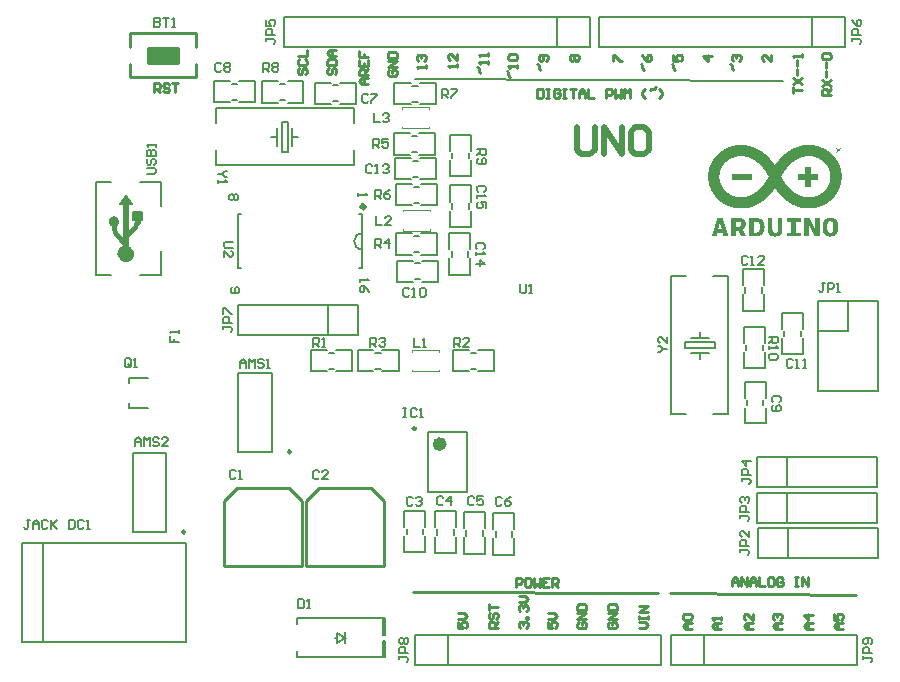
<source format=gto>
G04*
G04 #@! TF.GenerationSoftware,Altium Limited,Altium Designer,21.2.1 (34)*
G04*
G04 Layer_Color=65535*
%FSLAX24Y24*%
%MOIN*%
G70*
G04*
G04 #@! TF.SameCoordinates,2A4B76D5-AD1C-46BA-8FB2-2B46C924C6B9*
G04*
G04*
G04 #@! TF.FilePolarity,Positive*
G04*
G01*
G75*
%ADD10C,0.0150*%
%ADD11C,0.0050*%
%ADD12C,0.0200*%
%ADD13C,0.0350*%
%ADD14C,0.0098*%
%ADD15C,0.0236*%
%ADD16C,0.0070*%
%ADD17C,0.0079*%
%ADD18C,0.0090*%
%ADD19C,0.0040*%
%ADD20C,0.0100*%
%ADD21C,0.0060*%
%ADD22C,0.0080*%
%ADD23R,0.1000X0.0500*%
G36*
X51960Y38881D02*
X51973D01*
Y38877D01*
X51982D01*
Y38872D01*
X51990D01*
Y38868D01*
X51995D01*
Y38863D01*
X51999D01*
Y38859D01*
X52004D01*
Y38855D01*
X52008D01*
Y38850D01*
X52013D01*
Y38841D01*
X52017D01*
Y38837D01*
X52021D01*
Y38828D01*
X52026D01*
Y38815D01*
X52030D01*
Y38762D01*
X52026D01*
Y38749D01*
X52021D01*
Y38740D01*
X52017D01*
Y38731D01*
X52013D01*
Y38727D01*
X52008D01*
Y38722D01*
X52004D01*
Y38714D01*
X51995D01*
Y38709D01*
X51990D01*
Y38705D01*
X51982D01*
Y38700D01*
X51977D01*
Y38696D01*
X51964D01*
Y38691D01*
X51907D01*
Y38696D01*
X51894D01*
Y38700D01*
X51889D01*
Y38705D01*
X51880D01*
Y38709D01*
X51876D01*
Y38714D01*
X51871D01*
Y38718D01*
X51867D01*
Y38722D01*
X51863D01*
Y38727D01*
X51858D01*
Y38731D01*
X51854D01*
Y38740D01*
X51849D01*
Y38749D01*
X51845D01*
Y38758D01*
X51841D01*
Y38815D01*
X51845D01*
Y38828D01*
X51849D01*
Y38837D01*
X51854D01*
Y38846D01*
X51858D01*
Y38850D01*
X51863D01*
Y38855D01*
X51867D01*
Y38859D01*
X51871D01*
Y38863D01*
X51876D01*
Y38868D01*
X51880D01*
Y38872D01*
X51889D01*
Y38877D01*
X51898D01*
Y38881D01*
X51911D01*
Y38885D01*
X51960D01*
Y38881D01*
D02*
G37*
G36*
X51012Y38965D02*
X51069D01*
Y38960D01*
X51104D01*
Y38956D01*
X51135D01*
Y38952D01*
X51157D01*
Y38947D01*
X51184D01*
Y38943D01*
X51201D01*
Y38938D01*
X51219D01*
Y38934D01*
X51237D01*
Y38930D01*
X51254D01*
Y38925D01*
X51268D01*
Y38921D01*
X51285D01*
Y38916D01*
X51298D01*
Y38912D01*
X51312D01*
Y38907D01*
X51325D01*
Y38903D01*
X51338D01*
Y38899D01*
X51347D01*
Y38894D01*
X51360D01*
Y38890D01*
X51373D01*
Y38885D01*
X51382D01*
Y38881D01*
X51391D01*
Y38877D01*
X51404D01*
Y38872D01*
X51413D01*
Y38868D01*
X51422D01*
Y38863D01*
X51431D01*
Y38859D01*
X51439D01*
Y38855D01*
X51448D01*
Y38850D01*
X51457D01*
Y38846D01*
X51466D01*
Y38841D01*
X51475D01*
Y38837D01*
X51484D01*
Y38833D01*
X51492D01*
Y38828D01*
X51501D01*
Y38824D01*
X51510D01*
Y38819D01*
X51514D01*
Y38815D01*
X51523D01*
Y38810D01*
X51532D01*
Y38806D01*
X51536D01*
Y38802D01*
X51545D01*
Y38797D01*
X51554D01*
Y38793D01*
X51558D01*
Y38788D01*
X51567D01*
Y38784D01*
X51572D01*
Y38780D01*
X51581D01*
Y38775D01*
X51585D01*
Y38771D01*
X51594D01*
Y38766D01*
X51598D01*
Y38762D01*
X51603D01*
Y38758D01*
X51611D01*
Y38753D01*
X51616D01*
Y38749D01*
X51620D01*
Y38744D01*
X51629D01*
Y38740D01*
X51633D01*
Y38736D01*
X51638D01*
Y38731D01*
X51647D01*
Y38727D01*
X51651D01*
Y38722D01*
X51655D01*
Y38718D01*
X51660D01*
Y38714D01*
X51669D01*
Y38709D01*
X51673D01*
Y38705D01*
X51678D01*
Y38700D01*
X51682D01*
Y38696D01*
X51686D01*
Y38691D01*
X51691D01*
Y38687D01*
X51700D01*
Y38683D01*
X51704D01*
Y38678D01*
X51708D01*
Y38674D01*
X51713D01*
Y38669D01*
X51717D01*
Y38665D01*
X51722D01*
Y38661D01*
X51726D01*
Y38656D01*
X51730D01*
Y38652D01*
X51735D01*
Y38647D01*
X51739D01*
Y38643D01*
X51744D01*
Y38639D01*
X51748D01*
Y38634D01*
X51752D01*
Y38630D01*
X51757D01*
Y38625D01*
X51761D01*
Y38621D01*
X51766D01*
Y38617D01*
X51770D01*
Y38612D01*
X51774D01*
Y38608D01*
X51779D01*
Y38599D01*
X51783D01*
Y38594D01*
X51788D01*
Y38590D01*
X51792D01*
Y38586D01*
X51797D01*
Y38581D01*
X51801D01*
Y38577D01*
X51805D01*
Y38568D01*
X51810D01*
Y38564D01*
X51814D01*
Y38559D01*
X51819D01*
Y38555D01*
X51823D01*
Y38550D01*
X51827D01*
Y38542D01*
X51832D01*
Y38537D01*
X51836D01*
Y38533D01*
X51841D01*
Y38524D01*
X51845D01*
Y38520D01*
X51849D01*
Y38515D01*
X51854D01*
Y38506D01*
X51858D01*
Y38502D01*
X51863D01*
Y38493D01*
X51867D01*
Y38489D01*
X51871D01*
Y38480D01*
X51876D01*
Y38475D01*
X51880D01*
Y38467D01*
X51885D01*
Y38462D01*
X51889D01*
Y38453D01*
X51894D01*
Y38449D01*
X51898D01*
Y38440D01*
X51902D01*
Y38431D01*
X51907D01*
Y38427D01*
X51911D01*
Y38418D01*
X51916D01*
Y38409D01*
X51920D01*
Y38401D01*
X51924D01*
Y38392D01*
X51929D01*
Y38383D01*
X51933D01*
Y38378D01*
X51938D01*
Y38370D01*
X51942D01*
Y38361D01*
X51946D01*
Y38348D01*
X51951D01*
Y38339D01*
X51955D01*
Y38330D01*
X51960D01*
Y38321D01*
X51964D01*
Y38312D01*
X51968D01*
Y38299D01*
X51973D01*
Y38290D01*
X51977D01*
Y38277D01*
X51982D01*
Y38268D01*
X51986D01*
Y38255D01*
X51990D01*
Y38242D01*
X51995D01*
Y38229D01*
X51999D01*
Y38215D01*
X52004D01*
Y38202D01*
X52008D01*
Y38184D01*
X52013D01*
Y38167D01*
X52017D01*
Y38149D01*
X52021D01*
Y38132D01*
X52026D01*
Y38110D01*
X52030D01*
Y38088D01*
X52035D01*
Y38061D01*
X52039D01*
Y38026D01*
X52043D01*
Y37977D01*
X52048D01*
Y37845D01*
X52043D01*
Y37792D01*
X52039D01*
Y37761D01*
X52035D01*
Y37735D01*
X52030D01*
Y37708D01*
X52026D01*
Y37691D01*
X52021D01*
Y37669D01*
X52017D01*
Y37651D01*
X52013D01*
Y37638D01*
X52008D01*
Y37620D01*
X52004D01*
Y37607D01*
X51999D01*
Y37594D01*
X51995D01*
Y37581D01*
X51990D01*
Y37567D01*
X51986D01*
Y37554D01*
X51982D01*
Y37541D01*
X51977D01*
Y37532D01*
X51973D01*
Y37519D01*
X51968D01*
Y37510D01*
X51964D01*
Y37501D01*
X51960D01*
Y37488D01*
X51955D01*
Y37479D01*
X51951D01*
Y37470D01*
X51946D01*
Y37462D01*
X51942D01*
Y37453D01*
X51938D01*
Y37444D01*
X51933D01*
Y37435D01*
X51929D01*
Y37426D01*
X51924D01*
Y37417D01*
X51920D01*
Y37413D01*
X51916D01*
Y37404D01*
X51911D01*
Y37395D01*
X51907D01*
Y37387D01*
X51902D01*
Y37382D01*
X51898D01*
Y37373D01*
X51894D01*
Y37365D01*
X51889D01*
Y37360D01*
X51885D01*
Y37351D01*
X51880D01*
Y37347D01*
X51876D01*
Y37338D01*
X51871D01*
Y37334D01*
X51867D01*
Y37325D01*
X51863D01*
Y37320D01*
X51858D01*
Y37312D01*
X51854D01*
Y37307D01*
X51849D01*
Y37303D01*
X51845D01*
Y37294D01*
X51841D01*
Y37290D01*
X51836D01*
Y37285D01*
X51832D01*
Y37276D01*
X51827D01*
Y37272D01*
X51823D01*
Y37268D01*
X51819D01*
Y37263D01*
X51814D01*
Y37254D01*
X51810D01*
Y37250D01*
X51805D01*
Y37246D01*
X51801D01*
Y37241D01*
X51797D01*
Y37237D01*
X51792D01*
Y37228D01*
X51788D01*
Y37223D01*
X51783D01*
Y37219D01*
X51779D01*
Y37215D01*
X51774D01*
Y37210D01*
X51770D01*
Y37206D01*
X51766D01*
Y37201D01*
X51761D01*
Y37197D01*
X51757D01*
Y37193D01*
X51752D01*
Y37188D01*
X51748D01*
Y37184D01*
X51744D01*
Y37179D01*
X51739D01*
Y37175D01*
X51735D01*
Y37171D01*
X51730D01*
Y37166D01*
X51726D01*
Y37162D01*
X51722D01*
Y37157D01*
X51717D01*
Y37153D01*
X51713D01*
Y37149D01*
X51708D01*
Y37144D01*
X51704D01*
Y37140D01*
X51700D01*
Y37135D01*
X51695D01*
Y37131D01*
X51691D01*
Y37127D01*
X51686D01*
Y37122D01*
X51678D01*
Y37118D01*
X51673D01*
Y37113D01*
X51669D01*
Y37109D01*
X51664D01*
Y37104D01*
X51660D01*
Y37100D01*
X51651D01*
Y37096D01*
X51647D01*
Y37091D01*
X51642D01*
Y37087D01*
X51638D01*
Y37082D01*
X51629D01*
Y37078D01*
X51625D01*
Y37074D01*
X51620D01*
Y37069D01*
X51611D01*
Y37065D01*
X51607D01*
Y37060D01*
X51598D01*
Y37056D01*
X51594D01*
Y37052D01*
X51589D01*
Y37047D01*
X51581D01*
Y37043D01*
X51576D01*
Y37038D01*
X51567D01*
Y37034D01*
X51563D01*
Y37030D01*
X51554D01*
Y37025D01*
X51550D01*
Y37021D01*
X51541D01*
Y37016D01*
X51532D01*
Y37012D01*
X51528D01*
Y37007D01*
X51519D01*
Y37003D01*
X51510D01*
Y36999D01*
X51501D01*
Y36994D01*
X51497D01*
Y36990D01*
X51488D01*
Y36985D01*
X51479D01*
Y36981D01*
X51470D01*
Y36977D01*
X51462D01*
Y36972D01*
X51453D01*
Y36968D01*
X51444D01*
Y36963D01*
X51435D01*
Y36959D01*
X51426D01*
Y36955D01*
X51417D01*
Y36950D01*
X51409D01*
Y36946D01*
X51395D01*
Y36941D01*
X51387D01*
Y36937D01*
X51378D01*
Y36933D01*
X51365D01*
Y36928D01*
X51351D01*
Y36924D01*
X51342D01*
Y36919D01*
X51329D01*
Y36915D01*
X51316D01*
Y36910D01*
X51303D01*
Y36906D01*
X51290D01*
Y36902D01*
X51276D01*
Y36897D01*
X51259D01*
Y36893D01*
X51245D01*
Y36888D01*
X51228D01*
Y36884D01*
X51210D01*
Y36880D01*
X51188D01*
Y36875D01*
X51171D01*
Y36871D01*
X51144D01*
Y36866D01*
X51118D01*
Y36862D01*
X51082D01*
Y36858D01*
X51038D01*
Y36853D01*
X50862D01*
Y36858D01*
X50813D01*
Y36862D01*
X50778D01*
Y36866D01*
X50752D01*
Y36871D01*
X50730D01*
Y36875D01*
X50708D01*
Y36880D01*
X50686D01*
Y36884D01*
X50668D01*
Y36888D01*
X50650D01*
Y36893D01*
X50633D01*
Y36897D01*
X50620D01*
Y36902D01*
X50606D01*
Y36906D01*
X50589D01*
Y36910D01*
X50575D01*
Y36915D01*
X50562D01*
Y36919D01*
X50553D01*
Y36924D01*
X50540D01*
Y36928D01*
X50527D01*
Y36933D01*
X50518D01*
Y36937D01*
X50505D01*
Y36941D01*
X50496D01*
Y36946D01*
X50487D01*
Y36950D01*
X50474D01*
Y36955D01*
X50465D01*
Y36959D01*
X50456D01*
Y36963D01*
X50448D01*
Y36968D01*
X50439D01*
Y36972D01*
X50430D01*
Y36977D01*
X50417D01*
Y36981D01*
X50412D01*
Y36985D01*
X50403D01*
Y36990D01*
X50395D01*
Y36994D01*
X50386D01*
Y36999D01*
X50377D01*
Y37003D01*
X50368D01*
Y37007D01*
X50359D01*
Y37012D01*
X50355D01*
Y37016D01*
X50346D01*
Y37021D01*
X50337D01*
Y37025D01*
X50333D01*
Y37030D01*
X50324D01*
Y37034D01*
X50315D01*
Y37038D01*
X50311D01*
Y37043D01*
X50302D01*
Y37047D01*
X50298D01*
Y37052D01*
X50289D01*
Y37056D01*
X50284D01*
Y37060D01*
X50276D01*
Y37065D01*
X50271D01*
Y37069D01*
X50262D01*
Y37074D01*
X50258D01*
Y37078D01*
X50249D01*
Y37082D01*
X50245D01*
Y37087D01*
X50240D01*
Y37091D01*
X50232D01*
Y37096D01*
X50227D01*
Y37100D01*
X50218D01*
Y37104D01*
X50214D01*
Y37109D01*
X50210D01*
Y37113D01*
X50205D01*
Y37118D01*
X50196D01*
Y37122D01*
X50192D01*
Y37127D01*
X50187D01*
Y37131D01*
X50179D01*
Y37135D01*
X50174D01*
Y37140D01*
X50170D01*
Y37144D01*
X50165D01*
Y37149D01*
X50161D01*
Y37153D01*
X50152D01*
Y37157D01*
X50148D01*
Y37162D01*
X50143D01*
Y37166D01*
X50139D01*
Y37171D01*
X50135D01*
Y37175D01*
X50130D01*
Y37179D01*
X50121D01*
Y37184D01*
X50117D01*
Y37188D01*
X50113D01*
Y37193D01*
X50108D01*
Y37197D01*
X50104D01*
Y37201D01*
X50099D01*
Y37206D01*
X50095D01*
Y37210D01*
X50091D01*
Y37215D01*
X50086D01*
Y37219D01*
X50082D01*
Y37223D01*
X50077D01*
Y37228D01*
X50073D01*
Y37232D01*
X50064D01*
Y37237D01*
X50060D01*
Y37241D01*
X50055D01*
Y37246D01*
X50051D01*
Y37250D01*
X50046D01*
Y37254D01*
X50042D01*
Y37259D01*
X50038D01*
Y37263D01*
X50033D01*
Y37268D01*
X50029D01*
Y37276D01*
X50024D01*
Y37281D01*
X50020D01*
Y37285D01*
X50016D01*
Y37290D01*
X50011D01*
Y37294D01*
X50007D01*
Y37298D01*
X50002D01*
Y37303D01*
X49998D01*
Y37307D01*
X49994D01*
Y37312D01*
X49989D01*
Y37316D01*
X49985D01*
Y37320D01*
X49980D01*
Y37325D01*
X49976D01*
Y37334D01*
X49971D01*
Y37338D01*
X49967D01*
Y37343D01*
X49963D01*
Y37347D01*
X49958D01*
Y37351D01*
X49954D01*
Y37356D01*
X49949D01*
Y37365D01*
X49945D01*
Y37369D01*
X49941D01*
Y37373D01*
X49936D01*
Y37378D01*
X49932D01*
Y37382D01*
X49927D01*
Y37391D01*
X49923D01*
Y37395D01*
X49919D01*
Y37400D01*
X49914D01*
Y37404D01*
X49910D01*
Y37413D01*
X49905D01*
Y37417D01*
X49901D01*
Y37422D01*
X49897D01*
Y37426D01*
X49892D01*
Y37435D01*
X49888D01*
Y37439D01*
X49883D01*
Y37444D01*
X49879D01*
Y37453D01*
X49875D01*
Y37457D01*
X49870D01*
Y37462D01*
X49866D01*
Y37470D01*
X49861D01*
Y37475D01*
X49857D01*
Y37484D01*
X49852D01*
Y37488D01*
X49848D01*
Y37492D01*
X49844D01*
Y37501D01*
X49839D01*
Y37506D01*
X49835D01*
Y37514D01*
X49830D01*
Y37519D01*
X49826D01*
Y37528D01*
X49817D01*
Y37519D01*
X49813D01*
Y37514D01*
X49808D01*
Y37506D01*
X49804D01*
Y37501D01*
X49800D01*
Y37497D01*
X49795D01*
Y37488D01*
X49791D01*
Y37484D01*
X49786D01*
Y37475D01*
X49782D01*
Y37470D01*
X49778D01*
Y37466D01*
X49773D01*
Y37457D01*
X49769D01*
Y37453D01*
X49764D01*
Y37448D01*
X49760D01*
Y37439D01*
X49755D01*
Y37435D01*
X49751D01*
Y37431D01*
X49747D01*
Y37422D01*
X49742D01*
Y37417D01*
X49738D01*
Y37413D01*
X49733D01*
Y37409D01*
X49729D01*
Y37400D01*
X49725D01*
Y37395D01*
X49720D01*
Y37391D01*
X49716D01*
Y37387D01*
X49711D01*
Y37378D01*
X49707D01*
Y37373D01*
X49703D01*
Y37369D01*
X49698D01*
Y37365D01*
X49694D01*
Y37360D01*
X49689D01*
Y37356D01*
X49685D01*
Y37347D01*
X49681D01*
Y37343D01*
X49676D01*
Y37338D01*
X49672D01*
Y37334D01*
X49667D01*
Y37329D01*
X49663D01*
Y37325D01*
X49658D01*
Y37316D01*
X49654D01*
Y37312D01*
X49650D01*
Y37307D01*
X49645D01*
Y37303D01*
X49641D01*
Y37298D01*
X49636D01*
Y37294D01*
X49632D01*
Y37290D01*
X49628D01*
Y37285D01*
X49623D01*
Y37281D01*
X49619D01*
Y37276D01*
X49614D01*
Y37272D01*
X49610D01*
Y37268D01*
X49606D01*
Y37263D01*
X49601D01*
Y37259D01*
X49597D01*
Y37254D01*
X49592D01*
Y37250D01*
X49588D01*
Y37246D01*
X49584D01*
Y37241D01*
X49579D01*
Y37237D01*
X49575D01*
Y37232D01*
X49570D01*
Y37228D01*
X49566D01*
Y37223D01*
X49562D01*
Y37219D01*
X49557D01*
Y37215D01*
X49553D01*
Y37210D01*
X49548D01*
Y37206D01*
X49544D01*
Y37201D01*
X49539D01*
Y37197D01*
X49535D01*
Y37193D01*
X49531D01*
Y37188D01*
X49526D01*
Y37184D01*
X49517D01*
Y37179D01*
X49513D01*
Y37175D01*
X49509D01*
Y37171D01*
X49504D01*
Y37166D01*
X49500D01*
Y37162D01*
X49495D01*
Y37157D01*
X49487D01*
Y37153D01*
X49482D01*
Y37149D01*
X49478D01*
Y37144D01*
X49473D01*
Y37140D01*
X49469D01*
Y37135D01*
X49460D01*
Y37131D01*
X49456D01*
Y37127D01*
X49451D01*
Y37122D01*
X49447D01*
Y37118D01*
X49438D01*
Y37113D01*
X49434D01*
Y37109D01*
X49429D01*
Y37104D01*
X49420D01*
Y37100D01*
X49416D01*
Y37096D01*
X49412D01*
Y37091D01*
X49403D01*
Y37087D01*
X49398D01*
Y37082D01*
X49390D01*
Y37078D01*
X49385D01*
Y37074D01*
X49381D01*
Y37069D01*
X49372D01*
Y37065D01*
X49368D01*
Y37060D01*
X49359D01*
Y37056D01*
X49354D01*
Y37052D01*
X49345D01*
Y37047D01*
X49341D01*
Y37043D01*
X49332D01*
Y37038D01*
X49323D01*
Y37034D01*
X49319D01*
Y37030D01*
X49310D01*
Y37025D01*
X49306D01*
Y37021D01*
X49297D01*
Y37016D01*
X49288D01*
Y37012D01*
X49279D01*
Y37007D01*
X49271D01*
Y37003D01*
X49266D01*
Y36999D01*
X49257D01*
Y36994D01*
X49249D01*
Y36990D01*
X49240D01*
Y36985D01*
X49231D01*
Y36981D01*
X49222D01*
Y36977D01*
X49213D01*
Y36972D01*
X49204D01*
Y36968D01*
X49196D01*
Y36963D01*
X49187D01*
Y36959D01*
X49178D01*
Y36955D01*
X49169D01*
Y36950D01*
X49156D01*
Y36946D01*
X49147D01*
Y36941D01*
X49138D01*
Y36937D01*
X49125D01*
Y36933D01*
X49116D01*
Y36928D01*
X49103D01*
Y36924D01*
X49090D01*
Y36919D01*
X49077D01*
Y36915D01*
X49063D01*
Y36910D01*
X49050D01*
Y36906D01*
X49037D01*
Y36902D01*
X49024D01*
Y36897D01*
X49006D01*
Y36893D01*
X48993D01*
Y36888D01*
X48975D01*
Y36884D01*
X48958D01*
Y36880D01*
X48936D01*
Y36875D01*
X48913D01*
Y36871D01*
X48891D01*
Y36866D01*
X48865D01*
Y36862D01*
X48830D01*
Y36858D01*
X48781D01*
Y36853D01*
X48605D01*
Y36858D01*
X48561D01*
Y36862D01*
X48526D01*
Y36866D01*
X48499D01*
Y36871D01*
X48473D01*
Y36875D01*
X48451D01*
Y36880D01*
X48433D01*
Y36884D01*
X48415D01*
Y36888D01*
X48398D01*
Y36893D01*
X48384D01*
Y36897D01*
X48367D01*
Y36902D01*
X48354D01*
Y36906D01*
X48340D01*
Y36910D01*
X48327D01*
Y36915D01*
X48314D01*
Y36919D01*
X48301D01*
Y36924D01*
X48292D01*
Y36928D01*
X48279D01*
Y36933D01*
X48265D01*
Y36937D01*
X48257D01*
Y36941D01*
X48248D01*
Y36946D01*
X48235D01*
Y36950D01*
X48226D01*
Y36955D01*
X48217D01*
Y36959D01*
X48208D01*
Y36963D01*
X48199D01*
Y36968D01*
X48191D01*
Y36972D01*
X48182D01*
Y36977D01*
X48173D01*
Y36981D01*
X48164D01*
Y36985D01*
X48155D01*
Y36990D01*
X48146D01*
Y36994D01*
X48138D01*
Y36999D01*
X48133D01*
Y37003D01*
X48124D01*
Y37007D01*
X48116D01*
Y37012D01*
X48107D01*
Y37016D01*
X48102D01*
Y37021D01*
X48094D01*
Y37025D01*
X48089D01*
Y37030D01*
X48080D01*
Y37034D01*
X48076D01*
Y37038D01*
X48067D01*
Y37043D01*
X48063D01*
Y37047D01*
X48054D01*
Y37052D01*
X48049D01*
Y37056D01*
X48041D01*
Y37060D01*
X48036D01*
Y37065D01*
X48027D01*
Y37069D01*
X48023D01*
Y37074D01*
X48019D01*
Y37078D01*
X48014D01*
Y37082D01*
X48005D01*
Y37087D01*
X48001D01*
Y37091D01*
X47997D01*
Y37096D01*
X47988D01*
Y37100D01*
X47983D01*
Y37104D01*
X47979D01*
Y37109D01*
X47975D01*
Y37113D01*
X47970D01*
Y37118D01*
X47961D01*
Y37122D01*
X47957D01*
Y37127D01*
X47952D01*
Y37131D01*
X47948D01*
Y37135D01*
X47944D01*
Y37140D01*
X47939D01*
Y37144D01*
X47935D01*
Y37149D01*
X47930D01*
Y37153D01*
X47926D01*
Y37157D01*
X47917D01*
Y37162D01*
X47913D01*
Y37166D01*
X47908D01*
Y37171D01*
X47904D01*
Y37175D01*
X47900D01*
Y37179D01*
X47895D01*
Y37184D01*
X47891D01*
Y37188D01*
X47886D01*
Y37193D01*
X47882D01*
Y37197D01*
X47878D01*
Y37206D01*
X47873D01*
Y37210D01*
X47869D01*
Y37215D01*
X47864D01*
Y37219D01*
X47860D01*
Y37223D01*
X47855D01*
Y37228D01*
X47851D01*
Y37232D01*
X47847D01*
Y37237D01*
X47842D01*
Y37246D01*
X47838D01*
Y37250D01*
X47833D01*
Y37254D01*
X47829D01*
Y37259D01*
X47825D01*
Y37263D01*
X47820D01*
Y37272D01*
X47816D01*
Y37276D01*
X47811D01*
Y37281D01*
X47807D01*
Y37290D01*
X47803D01*
Y37294D01*
X47798D01*
Y37298D01*
X47794D01*
Y37307D01*
X47789D01*
Y37312D01*
X47785D01*
Y37316D01*
X47781D01*
Y37325D01*
X47776D01*
Y37329D01*
X47772D01*
Y37338D01*
X47767D01*
Y37343D01*
X47763D01*
Y37351D01*
X47758D01*
Y37356D01*
X47754D01*
Y37365D01*
X47750D01*
Y37373D01*
X47745D01*
Y37378D01*
X47741D01*
Y37387D01*
X47736D01*
Y37395D01*
X47732D01*
Y37400D01*
X47728D01*
Y37409D01*
X47723D01*
Y37417D01*
X47719D01*
Y37426D01*
X47714D01*
Y37435D01*
X47710D01*
Y37444D01*
X47706D01*
Y37448D01*
X47701D01*
Y37462D01*
X47697D01*
Y37470D01*
X47692D01*
Y37479D01*
X47688D01*
Y37488D01*
X47684D01*
Y37497D01*
X47679D01*
Y37506D01*
X47675D01*
Y37519D01*
X47670D01*
Y37528D01*
X47666D01*
Y37541D01*
X47662D01*
Y37550D01*
X47657D01*
Y37563D01*
X47653D01*
Y37576D01*
X47648D01*
Y37589D01*
X47644D01*
Y37603D01*
X47639D01*
Y37616D01*
X47635D01*
Y37633D01*
X47631D01*
Y37647D01*
X47626D01*
Y37664D01*
X47622D01*
Y37682D01*
X47617D01*
Y37704D01*
X47613D01*
Y37726D01*
X47609D01*
Y37752D01*
X47604D01*
Y37783D01*
X47600D01*
Y37827D01*
X47595D01*
Y37995D01*
X47600D01*
Y38035D01*
X47604D01*
Y38070D01*
X47609D01*
Y38096D01*
X47613D01*
Y38118D01*
X47617D01*
Y38136D01*
X47622D01*
Y38154D01*
X47626D01*
Y38171D01*
X47631D01*
Y38189D01*
X47635D01*
Y38202D01*
X47639D01*
Y38220D01*
X47644D01*
Y38233D01*
X47648D01*
Y38246D01*
X47653D01*
Y38259D01*
X47657D01*
Y38268D01*
X47662D01*
Y38281D01*
X47666D01*
Y38290D01*
X47670D01*
Y38304D01*
X47675D01*
Y38312D01*
X47679D01*
Y38326D01*
X47684D01*
Y38334D01*
X47688D01*
Y38343D01*
X47692D01*
Y38352D01*
X47697D01*
Y38361D01*
X47701D01*
Y38370D01*
X47706D01*
Y38378D01*
X47710D01*
Y38387D01*
X47714D01*
Y38396D01*
X47719D01*
Y38405D01*
X47723D01*
Y38414D01*
X47728D01*
Y38418D01*
X47732D01*
Y38427D01*
X47736D01*
Y38436D01*
X47741D01*
Y38440D01*
X47745D01*
Y38449D01*
X47750D01*
Y38458D01*
X47754D01*
Y38462D01*
X47758D01*
Y38471D01*
X47763D01*
Y38475D01*
X47767D01*
Y38484D01*
X47772D01*
Y38489D01*
X47776D01*
Y38497D01*
X47781D01*
Y38502D01*
X47785D01*
Y38511D01*
X47789D01*
Y38515D01*
X47794D01*
Y38520D01*
X47798D01*
Y38528D01*
X47803D01*
Y38533D01*
X47807D01*
Y38537D01*
X47811D01*
Y38546D01*
X47816D01*
Y38550D01*
X47820D01*
Y38555D01*
X47825D01*
Y38559D01*
X47829D01*
Y38568D01*
X47833D01*
Y38572D01*
X47838D01*
Y38577D01*
X47842D01*
Y38581D01*
X47847D01*
Y38586D01*
X47851D01*
Y38594D01*
X47855D01*
Y38599D01*
X47860D01*
Y38603D01*
X47864D01*
Y38608D01*
X47869D01*
Y38612D01*
X47873D01*
Y38617D01*
X47878D01*
Y38621D01*
X47882D01*
Y38625D01*
X47886D01*
Y38630D01*
X47891D01*
Y38634D01*
X47895D01*
Y38639D01*
X47900D01*
Y38643D01*
X47904D01*
Y38647D01*
X47908D01*
Y38652D01*
X47913D01*
Y38656D01*
X47917D01*
Y38661D01*
X47922D01*
Y38665D01*
X47926D01*
Y38669D01*
X47930D01*
Y38674D01*
X47935D01*
Y38678D01*
X47939D01*
Y38683D01*
X47944D01*
Y38687D01*
X47948D01*
Y38691D01*
X47952D01*
Y38696D01*
X47961D01*
Y38700D01*
X47966D01*
Y38705D01*
X47970D01*
Y38709D01*
X47975D01*
Y38714D01*
X47979D01*
Y38718D01*
X47988D01*
Y38722D01*
X47992D01*
Y38727D01*
X47997D01*
Y38731D01*
X48001D01*
Y38736D01*
X48010D01*
Y38740D01*
X48014D01*
Y38744D01*
X48019D01*
Y38749D01*
X48027D01*
Y38753D01*
X48032D01*
Y38758D01*
X48036D01*
Y38762D01*
X48045D01*
Y38766D01*
X48049D01*
Y38771D01*
X48058D01*
Y38775D01*
X48063D01*
Y38780D01*
X48071D01*
Y38784D01*
X48076D01*
Y38788D01*
X48085D01*
Y38793D01*
X48089D01*
Y38797D01*
X48098D01*
Y38802D01*
X48102D01*
Y38806D01*
X48111D01*
Y38810D01*
X48120D01*
Y38815D01*
X48124D01*
Y38819D01*
X48133D01*
Y38824D01*
X48142D01*
Y38828D01*
X48151D01*
Y38833D01*
X48160D01*
Y38837D01*
X48164D01*
Y38841D01*
X48173D01*
Y38846D01*
X48182D01*
Y38850D01*
X48191D01*
Y38855D01*
X48199D01*
Y38859D01*
X48208D01*
Y38863D01*
X48221D01*
Y38868D01*
X48230D01*
Y38872D01*
X48239D01*
Y38877D01*
X48248D01*
Y38881D01*
X48261D01*
Y38885D01*
X48270D01*
Y38890D01*
X48283D01*
Y38894D01*
X48296D01*
Y38899D01*
X48305D01*
Y38903D01*
X48318D01*
Y38907D01*
X48332D01*
Y38912D01*
X48345D01*
Y38916D01*
X48358D01*
Y38921D01*
X48371D01*
Y38925D01*
X48389D01*
Y38930D01*
X48407D01*
Y38934D01*
X48420D01*
Y38938D01*
X48442D01*
Y38943D01*
X48459D01*
Y38947D01*
X48481D01*
Y38952D01*
X48508D01*
Y38956D01*
X48539D01*
Y38960D01*
X48574D01*
Y38965D01*
X48631D01*
Y38969D01*
X48750D01*
Y38965D01*
X48812D01*
Y38960D01*
X48847D01*
Y38956D01*
X48878D01*
Y38952D01*
X48905D01*
Y38947D01*
X48927D01*
Y38943D01*
X48949D01*
Y38938D01*
X48966D01*
Y38934D01*
X48984D01*
Y38930D01*
X49002D01*
Y38925D01*
X49019D01*
Y38921D01*
X49033D01*
Y38916D01*
X49046D01*
Y38912D01*
X49059D01*
Y38907D01*
X49072D01*
Y38903D01*
X49085D01*
Y38899D01*
X49099D01*
Y38894D01*
X49112D01*
Y38890D01*
X49121D01*
Y38885D01*
X49134D01*
Y38881D01*
X49143D01*
Y38877D01*
X49156D01*
Y38872D01*
X49165D01*
Y38868D01*
X49174D01*
Y38863D01*
X49182D01*
Y38859D01*
X49191D01*
Y38855D01*
X49204D01*
Y38850D01*
X49213D01*
Y38846D01*
X49222D01*
Y38841D01*
X49231D01*
Y38837D01*
X49240D01*
Y38833D01*
X49244D01*
Y38828D01*
X49253D01*
Y38824D01*
X49262D01*
Y38819D01*
X49271D01*
Y38815D01*
X49279D01*
Y38810D01*
X49288D01*
Y38806D01*
X49293D01*
Y38802D01*
X49301D01*
Y38797D01*
X49310D01*
Y38793D01*
X49315D01*
Y38788D01*
X49323D01*
Y38784D01*
X49328D01*
Y38780D01*
X49337D01*
Y38775D01*
X49345D01*
Y38771D01*
X49350D01*
Y38766D01*
X49359D01*
Y38762D01*
X49363D01*
Y38758D01*
X49372D01*
Y38753D01*
X49376D01*
Y38749D01*
X49385D01*
Y38744D01*
X49390D01*
Y38740D01*
X49394D01*
Y38736D01*
X49403D01*
Y38731D01*
X49407D01*
Y38727D01*
X49416D01*
Y38722D01*
X49420D01*
Y38718D01*
X49425D01*
Y38714D01*
X49434D01*
Y38709D01*
X49438D01*
Y38705D01*
X49442D01*
Y38700D01*
X49447D01*
Y38696D01*
X49456D01*
Y38691D01*
X49460D01*
Y38687D01*
X49465D01*
Y38683D01*
X49469D01*
Y38678D01*
X49478D01*
Y38674D01*
X49482D01*
Y38669D01*
X49487D01*
Y38665D01*
X49491D01*
Y38661D01*
X49495D01*
Y38656D01*
X49504D01*
Y38652D01*
X49509D01*
Y38647D01*
X49513D01*
Y38643D01*
X49517D01*
Y38639D01*
X49522D01*
Y38634D01*
X49526D01*
Y38630D01*
X49531D01*
Y38625D01*
X49535D01*
Y38621D01*
X49544D01*
Y38617D01*
X49548D01*
Y38612D01*
X49553D01*
Y38608D01*
X49557D01*
Y38603D01*
X49562D01*
Y38599D01*
X49566D01*
Y38594D01*
X49570D01*
Y38590D01*
X49575D01*
Y38586D01*
X49579D01*
Y38581D01*
X49584D01*
Y38577D01*
X49588D01*
Y38572D01*
X49592D01*
Y38568D01*
X49597D01*
Y38564D01*
X49601D01*
Y38559D01*
X49606D01*
Y38555D01*
X49610D01*
Y38550D01*
X49614D01*
Y38546D01*
X49619D01*
Y38542D01*
X49623D01*
Y38537D01*
X49628D01*
Y38533D01*
X49632D01*
Y38528D01*
X49636D01*
Y38524D01*
X49641D01*
Y38520D01*
X49645D01*
Y38511D01*
X49650D01*
Y38506D01*
X49654D01*
Y38502D01*
X49658D01*
Y38497D01*
X49663D01*
Y38493D01*
X49667D01*
Y38489D01*
X49672D01*
Y38484D01*
X49676D01*
Y38475D01*
X49681D01*
Y38471D01*
X49685D01*
Y38467D01*
X49689D01*
Y38462D01*
X49694D01*
Y38458D01*
X49698D01*
Y38453D01*
X49703D01*
Y38445D01*
X49707D01*
Y38440D01*
X49711D01*
Y38436D01*
X49716D01*
Y38431D01*
X49720D01*
Y38427D01*
X49725D01*
Y38418D01*
X49729D01*
Y38414D01*
X49733D01*
Y38409D01*
X49738D01*
Y38405D01*
X49742D01*
Y38396D01*
X49747D01*
Y38392D01*
X49751D01*
Y38387D01*
X49755D01*
Y38378D01*
X49760D01*
Y38374D01*
X49764D01*
Y38370D01*
X49769D01*
Y38361D01*
X49773D01*
Y38356D01*
X49778D01*
Y38352D01*
X49782D01*
Y38343D01*
X49786D01*
Y38339D01*
X49791D01*
Y38334D01*
X49795D01*
Y38326D01*
X49800D01*
Y38321D01*
X49804D01*
Y38312D01*
X49808D01*
Y38308D01*
X49813D01*
Y38299D01*
X49817D01*
Y38295D01*
X49826D01*
Y38304D01*
X49830D01*
Y38308D01*
X49835D01*
Y38317D01*
X49839D01*
Y38321D01*
X49844D01*
Y38326D01*
X49848D01*
Y38334D01*
X49852D01*
Y38339D01*
X49857D01*
Y38348D01*
X49861D01*
Y38352D01*
X49866D01*
Y38356D01*
X49870D01*
Y38365D01*
X49875D01*
Y38370D01*
X49879D01*
Y38374D01*
X49883D01*
Y38383D01*
X49888D01*
Y38387D01*
X49892D01*
Y38392D01*
X49897D01*
Y38401D01*
X49901D01*
Y38405D01*
X49905D01*
Y38409D01*
X49910D01*
Y38414D01*
X49914D01*
Y38423D01*
X49919D01*
Y38427D01*
X49923D01*
Y38431D01*
X49927D01*
Y38436D01*
X49932D01*
Y38445D01*
X49936D01*
Y38449D01*
X49941D01*
Y38453D01*
X49945D01*
Y38458D01*
X49949D01*
Y38462D01*
X49954D01*
Y38467D01*
X49958D01*
Y38475D01*
X49963D01*
Y38480D01*
X49967D01*
Y38484D01*
X49971D01*
Y38489D01*
X49976D01*
Y38493D01*
X49980D01*
Y38497D01*
X49985D01*
Y38502D01*
X49989D01*
Y38511D01*
X49994D01*
Y38515D01*
X49998D01*
Y38520D01*
X50002D01*
Y38524D01*
X50007D01*
Y38528D01*
X50011D01*
Y38533D01*
X50016D01*
Y38537D01*
X50020D01*
Y38542D01*
X50024D01*
Y38546D01*
X50029D01*
Y38550D01*
X50033D01*
Y38555D01*
X50038D01*
Y38559D01*
X50042D01*
Y38564D01*
X50046D01*
Y38568D01*
X50051D01*
Y38572D01*
X50055D01*
Y38577D01*
X50060D01*
Y38581D01*
X50064D01*
Y38586D01*
X50068D01*
Y38590D01*
X50073D01*
Y38594D01*
X50077D01*
Y38599D01*
X50082D01*
Y38603D01*
X50086D01*
Y38608D01*
X50091D01*
Y38612D01*
X50095D01*
Y38617D01*
X50099D01*
Y38621D01*
X50104D01*
Y38625D01*
X50108D01*
Y38630D01*
X50117D01*
Y38634D01*
X50121D01*
Y38639D01*
X50126D01*
Y38643D01*
X50130D01*
Y38647D01*
X50135D01*
Y38652D01*
X50139D01*
Y38656D01*
X50143D01*
Y38661D01*
X50152D01*
Y38665D01*
X50157D01*
Y38669D01*
X50161D01*
Y38674D01*
X50165D01*
Y38678D01*
X50170D01*
Y38683D01*
X50179D01*
Y38687D01*
X50183D01*
Y38691D01*
X50187D01*
Y38696D01*
X50192D01*
Y38700D01*
X50201D01*
Y38705D01*
X50205D01*
Y38709D01*
X50210D01*
Y38714D01*
X50218D01*
Y38718D01*
X50223D01*
Y38722D01*
X50227D01*
Y38727D01*
X50236D01*
Y38731D01*
X50240D01*
Y38736D01*
X50245D01*
Y38740D01*
X50254D01*
Y38744D01*
X50258D01*
Y38749D01*
X50267D01*
Y38753D01*
X50271D01*
Y38758D01*
X50280D01*
Y38762D01*
X50284D01*
Y38766D01*
X50293D01*
Y38771D01*
X50298D01*
Y38775D01*
X50307D01*
Y38780D01*
X50311D01*
Y38784D01*
X50320D01*
Y38788D01*
X50329D01*
Y38793D01*
X50333D01*
Y38797D01*
X50342D01*
Y38802D01*
X50351D01*
Y38806D01*
X50355D01*
Y38810D01*
X50364D01*
Y38815D01*
X50373D01*
Y38819D01*
X50381D01*
Y38824D01*
X50386D01*
Y38828D01*
X50395D01*
Y38833D01*
X50403D01*
Y38837D01*
X50412D01*
Y38841D01*
X50421D01*
Y38846D01*
X50430D01*
Y38850D01*
X50439D01*
Y38855D01*
X50448D01*
Y38859D01*
X50461D01*
Y38863D01*
X50470D01*
Y38868D01*
X50478D01*
Y38872D01*
X50487D01*
Y38877D01*
X50500D01*
Y38881D01*
X50509D01*
Y38885D01*
X50523D01*
Y38890D01*
X50531D01*
Y38894D01*
X50545D01*
Y38899D01*
X50558D01*
Y38903D01*
X50567D01*
Y38907D01*
X50584D01*
Y38912D01*
X50597D01*
Y38916D01*
X50611D01*
Y38921D01*
X50624D01*
Y38925D01*
X50642D01*
Y38930D01*
X50655D01*
Y38934D01*
X50677D01*
Y38938D01*
X50694D01*
Y38943D01*
X50716D01*
Y38947D01*
X50739D01*
Y38952D01*
X50765D01*
Y38956D01*
X50791D01*
Y38960D01*
X50831D01*
Y38965D01*
X50893D01*
Y38969D01*
X51012D01*
Y38965D01*
D02*
G37*
G36*
X28377Y37004D02*
X27983D01*
X28180Y37280D01*
X28377Y37004D01*
D02*
G37*
G36*
X28721Y36453D02*
X28426Y36453D01*
Y36748D01*
X28721D01*
Y36453D01*
D02*
G37*
G36*
X51307Y36298D02*
Y36293D01*
Y35923D01*
X51153D01*
Y35932D01*
X51149D01*
Y35941D01*
X51144D01*
Y35949D01*
X51140D01*
Y35958D01*
X51135D01*
Y35967D01*
X51131D01*
Y35972D01*
X51126D01*
Y35980D01*
X51122D01*
Y35989D01*
X51118D01*
Y35998D01*
X51113D01*
Y36007D01*
X51109D01*
Y36016D01*
X51104D01*
Y36024D01*
X51100D01*
Y36033D01*
X51096D01*
Y36038D01*
X51091D01*
Y36046D01*
X51087D01*
Y36055D01*
X51082D01*
Y36064D01*
X51078D01*
Y36073D01*
X51074D01*
Y36082D01*
X51069D01*
Y36091D01*
X51065D01*
Y36099D01*
X51060D01*
Y36104D01*
X51056D01*
Y36113D01*
X51052D01*
Y36121D01*
X51047D01*
Y36130D01*
X51043D01*
Y36139D01*
X51038D01*
Y36148D01*
X51034D01*
Y36157D01*
X51029D01*
Y36165D01*
X51025D01*
Y36170D01*
X51021D01*
Y36179D01*
X51016D01*
Y36188D01*
X51012D01*
Y36196D01*
X51007D01*
Y36205D01*
X51003D01*
Y36214D01*
X50999D01*
Y36223D01*
X50994D01*
Y36227D01*
X50990D01*
Y36236D01*
X50985D01*
Y36245D01*
X50981D01*
Y36254D01*
X50977D01*
Y36262D01*
X50972D01*
Y36271D01*
X50968D01*
Y36280D01*
X50963D01*
Y36289D01*
X50959D01*
Y36293D01*
X50955D01*
Y36302D01*
X50950D01*
Y36311D01*
X50946D01*
Y35923D01*
X50805D01*
Y36536D01*
X50972D01*
Y36527D01*
X50977D01*
Y36518D01*
X50981D01*
Y36509D01*
X50985D01*
Y36501D01*
X50990D01*
Y36492D01*
X50994D01*
Y36487D01*
X50999D01*
Y36478D01*
X51003D01*
Y36470D01*
X51007D01*
Y36461D01*
X51012D01*
Y36452D01*
X51016D01*
Y36443D01*
X51021D01*
Y36434D01*
X51025D01*
Y36430D01*
X51029D01*
Y36421D01*
X51034D01*
Y36412D01*
X51038D01*
Y36404D01*
X51043D01*
Y36395D01*
X51047D01*
Y36386D01*
X51052D01*
Y36377D01*
X51056D01*
Y36373D01*
X51060D01*
Y36364D01*
X51065D01*
Y36355D01*
X51069D01*
Y36346D01*
X51074D01*
Y36337D01*
X51078D01*
Y36329D01*
X51082D01*
Y36320D01*
X51087D01*
Y36315D01*
X51091D01*
Y36307D01*
X51096D01*
Y36298D01*
X51100D01*
Y36289D01*
X51104D01*
Y36280D01*
X51109D01*
Y36271D01*
X51113D01*
Y36262D01*
X51118D01*
Y36258D01*
X51122D01*
Y36249D01*
X51126D01*
Y36240D01*
X51131D01*
Y36232D01*
X51135D01*
Y36223D01*
X51140D01*
Y36214D01*
X51144D01*
Y36210D01*
X51149D01*
Y36201D01*
X51153D01*
Y36192D01*
X51157D01*
Y36183D01*
X51162D01*
Y36174D01*
X51166D01*
Y36536D01*
X51307D01*
Y36298D01*
D02*
G37*
G36*
X50073Y36099D02*
X50068D01*
Y36073D01*
X50064D01*
Y36055D01*
X50060D01*
Y36042D01*
X50055D01*
Y36033D01*
X50051D01*
Y36024D01*
X50046D01*
Y36016D01*
X50042D01*
Y36007D01*
X50038D01*
Y36002D01*
X50033D01*
Y35994D01*
X50029D01*
Y35989D01*
X50024D01*
Y35985D01*
X50020D01*
Y35980D01*
X50016D01*
Y35976D01*
X50011D01*
Y35972D01*
X50007D01*
Y35967D01*
X50002D01*
Y35963D01*
X49994D01*
Y35958D01*
X49989D01*
Y35954D01*
X49980D01*
Y35949D01*
X49971D01*
Y35945D01*
X49963D01*
Y35941D01*
X49954D01*
Y35936D01*
X49945D01*
Y35932D01*
X49932D01*
Y35927D01*
X49914D01*
Y35923D01*
X49892D01*
Y35919D01*
X49857D01*
Y35914D01*
X49791D01*
Y35919D01*
X49760D01*
Y35923D01*
X49738D01*
Y35927D01*
X49720D01*
Y35932D01*
X49711D01*
Y35936D01*
X49698D01*
Y35941D01*
X49689D01*
Y35945D01*
X49681D01*
Y35949D01*
X49672D01*
Y35954D01*
X49667D01*
Y35958D01*
X49658D01*
Y35963D01*
X49654D01*
Y35967D01*
X49650D01*
Y35972D01*
X49645D01*
Y35976D01*
X49641D01*
Y35980D01*
X49636D01*
Y35985D01*
X49632D01*
Y35989D01*
X49628D01*
Y35998D01*
X49623D01*
Y36002D01*
X49619D01*
Y36011D01*
X49614D01*
Y36020D01*
X49610D01*
Y36029D01*
X49606D01*
Y36038D01*
X49601D01*
Y36051D01*
X49597D01*
Y36068D01*
X49592D01*
Y36091D01*
X49588D01*
Y36536D01*
X49738D01*
Y36135D01*
X49742D01*
Y36104D01*
X49747D01*
Y36091D01*
X49751D01*
Y36082D01*
X49755D01*
Y36073D01*
X49760D01*
Y36064D01*
X49764D01*
Y36060D01*
X49769D01*
Y36055D01*
X49778D01*
Y36051D01*
X49782D01*
Y36046D01*
X49791D01*
Y36042D01*
X49813D01*
Y36038D01*
X49852D01*
Y36042D01*
X49875D01*
Y36046D01*
X49883D01*
Y36051D01*
X49892D01*
Y36055D01*
X49897D01*
Y36060D01*
X49901D01*
Y36064D01*
X49905D01*
Y36068D01*
X49910D01*
Y36077D01*
X49914D01*
Y36086D01*
X49919D01*
Y36099D01*
X49923D01*
Y36130D01*
X49927D01*
Y36536D01*
X50073D01*
Y36099D01*
D02*
G37*
G36*
X50677Y36531D02*
Y36412D01*
X50518D01*
Y36051D01*
X50677D01*
Y35923D01*
X50210D01*
Y36051D01*
X50368D01*
Y36412D01*
X50210D01*
Y36536D01*
X50677D01*
Y36531D01*
D02*
G37*
G36*
X49240D02*
X49271D01*
Y36527D01*
X49293D01*
Y36523D01*
X49306D01*
Y36518D01*
X49319D01*
Y36514D01*
X49332D01*
Y36509D01*
X49341D01*
Y36505D01*
X49354D01*
Y36501D01*
X49359D01*
Y36496D01*
X49368D01*
Y36492D01*
X49376D01*
Y36487D01*
X49381D01*
Y36483D01*
X49390D01*
Y36478D01*
X49394D01*
Y36474D01*
X49398D01*
Y36470D01*
X49403D01*
Y36465D01*
X49407D01*
Y36461D01*
X49412D01*
Y36456D01*
X49416D01*
Y36452D01*
X49420D01*
Y36443D01*
X49425D01*
Y36439D01*
X49429D01*
Y36434D01*
X49434D01*
Y36426D01*
X49438D01*
Y36417D01*
X49442D01*
Y36408D01*
X49447D01*
Y36399D01*
X49451D01*
Y36390D01*
X49456D01*
Y36377D01*
X49460D01*
Y36364D01*
X49465D01*
Y36346D01*
X49469D01*
Y36324D01*
X49473D01*
Y36285D01*
X49478D01*
Y36188D01*
X49473D01*
Y36152D01*
X49469D01*
Y36126D01*
X49465D01*
Y36113D01*
X49460D01*
Y36095D01*
X49456D01*
Y36082D01*
X49451D01*
Y36073D01*
X49447D01*
Y36064D01*
X49442D01*
Y36055D01*
X49438D01*
Y36046D01*
X49434D01*
Y36038D01*
X49429D01*
Y36033D01*
X49425D01*
Y36024D01*
X49420D01*
Y36020D01*
X49416D01*
Y36016D01*
X49412D01*
Y36011D01*
X49407D01*
Y36007D01*
X49403D01*
Y35998D01*
X49394D01*
Y35994D01*
X49390D01*
Y35989D01*
X49385D01*
Y35985D01*
X49381D01*
Y35980D01*
X49376D01*
Y35976D01*
X49368D01*
Y35972D01*
X49363D01*
Y35967D01*
X49354D01*
Y35963D01*
X49345D01*
Y35958D01*
X49337D01*
Y35954D01*
X49328D01*
Y35949D01*
X49315D01*
Y35945D01*
X49306D01*
Y35941D01*
X49288D01*
Y35936D01*
X49271D01*
Y35932D01*
X49249D01*
Y35927D01*
X49200D01*
Y35923D01*
X48971D01*
Y35989D01*
Y35994D01*
Y36536D01*
X49240D01*
Y36531D01*
D02*
G37*
G36*
X48671D02*
X48697D01*
Y36527D01*
X48715D01*
Y36523D01*
X48728D01*
Y36518D01*
X48742D01*
Y36514D01*
X48750D01*
Y36509D01*
X48759D01*
Y36505D01*
X48764D01*
Y36501D01*
X48772D01*
Y36496D01*
X48777D01*
Y36492D01*
X48786D01*
Y36487D01*
X48790D01*
Y36483D01*
X48794D01*
Y36478D01*
X48799D01*
Y36474D01*
X48803D01*
Y36470D01*
X48808D01*
Y36465D01*
X48812D01*
Y36456D01*
X48816D01*
Y36452D01*
X48821D01*
Y36443D01*
X48825D01*
Y36434D01*
X48830D01*
Y36426D01*
X48834D01*
Y36412D01*
X48839D01*
Y36399D01*
X48843D01*
Y36381D01*
X48847D01*
Y36285D01*
X48843D01*
Y36267D01*
X48839D01*
Y36254D01*
X48834D01*
Y36240D01*
X48830D01*
Y36232D01*
X48825D01*
Y36223D01*
X48821D01*
Y36214D01*
X48816D01*
Y36210D01*
X48812D01*
Y36201D01*
X48808D01*
Y36196D01*
X48803D01*
Y36192D01*
X48799D01*
Y36188D01*
X48794D01*
Y36183D01*
X48790D01*
Y36179D01*
X48786D01*
Y36174D01*
X48781D01*
Y36170D01*
X48777D01*
Y36165D01*
X48772D01*
Y36161D01*
X48764D01*
Y36157D01*
X48759D01*
Y36152D01*
X48750D01*
Y36139D01*
X48755D01*
Y36135D01*
X48759D01*
Y36126D01*
X48764D01*
Y36117D01*
X48768D01*
Y36108D01*
X48772D01*
Y36099D01*
X48777D01*
Y36091D01*
X48781D01*
Y36082D01*
X48786D01*
Y36073D01*
X48790D01*
Y36068D01*
X48794D01*
Y36060D01*
X48799D01*
Y36051D01*
X48803D01*
Y36042D01*
X48808D01*
Y36033D01*
X48812D01*
Y36024D01*
X48816D01*
Y36016D01*
X48821D01*
Y36007D01*
X48825D01*
Y36002D01*
X48830D01*
Y35994D01*
X48834D01*
Y35985D01*
X48839D01*
Y35976D01*
X48843D01*
Y35967D01*
X48847D01*
Y35958D01*
X48852D01*
Y35949D01*
X48856D01*
Y35941D01*
X48861D01*
Y35936D01*
X48865D01*
Y35923D01*
X48689D01*
Y35927D01*
X48684D01*
Y35941D01*
X48680D01*
Y35949D01*
X48675D01*
Y35958D01*
X48671D01*
Y35967D01*
X48667D01*
Y35976D01*
X48662D01*
Y35985D01*
X48658D01*
Y35994D01*
X48653D01*
Y36002D01*
X48649D01*
Y36011D01*
X48645D01*
Y36024D01*
X48640D01*
Y36033D01*
X48636D01*
Y36042D01*
X48631D01*
Y36051D01*
X48627D01*
Y36060D01*
X48623D01*
Y36068D01*
X48618D01*
Y36077D01*
X48614D01*
Y36086D01*
X48609D01*
Y36095D01*
X48605D01*
Y36108D01*
X48600D01*
Y36117D01*
X48521D01*
Y35923D01*
X48371D01*
Y35927D01*
X48367D01*
Y36536D01*
X48671D01*
Y36531D01*
D02*
G37*
G36*
X48076D02*
X48080D01*
Y36518D01*
X48085D01*
Y36505D01*
X48089D01*
Y36492D01*
X48094D01*
Y36478D01*
X48098D01*
Y36461D01*
X48102D01*
Y36448D01*
X48107D01*
Y36434D01*
X48111D01*
Y36421D01*
X48116D01*
Y36408D01*
X48120D01*
Y36395D01*
X48124D01*
Y36381D01*
X48129D01*
Y36364D01*
X48133D01*
Y36351D01*
X48138D01*
Y36337D01*
X48142D01*
Y36324D01*
X48146D01*
Y36311D01*
X48151D01*
Y36298D01*
X48155D01*
Y36285D01*
X48160D01*
Y36267D01*
X48164D01*
Y36254D01*
X48168D01*
Y36240D01*
X48173D01*
Y36227D01*
X48177D01*
Y36214D01*
X48182D01*
Y36201D01*
X48186D01*
Y36188D01*
X48191D01*
Y36170D01*
X48195D01*
Y36157D01*
X48199D01*
Y36143D01*
X48204D01*
Y36130D01*
X48208D01*
Y36117D01*
X48213D01*
Y36104D01*
X48217D01*
Y36091D01*
X48221D01*
Y36073D01*
X48226D01*
Y36060D01*
X48230D01*
Y36046D01*
X48235D01*
Y36033D01*
X48239D01*
Y36020D01*
X48243D01*
Y36007D01*
X48248D01*
Y35994D01*
X48252D01*
Y35976D01*
X48257D01*
Y35963D01*
X48261D01*
Y35949D01*
X48265D01*
Y35936D01*
X48270D01*
Y35923D01*
X48111D01*
Y35927D01*
X48107D01*
Y35945D01*
X48102D01*
Y35963D01*
X48098D01*
Y35980D01*
X48094D01*
Y35994D01*
X48089D01*
Y36011D01*
X48085D01*
Y36029D01*
X48080D01*
Y36042D01*
X48076D01*
Y36051D01*
X47900D01*
Y36038D01*
X47895D01*
Y36020D01*
X47891D01*
Y36002D01*
X47886D01*
Y35985D01*
X47882D01*
Y35967D01*
X47878D01*
Y35949D01*
X47873D01*
Y35932D01*
X47869D01*
Y35923D01*
X47714D01*
Y35936D01*
X47719D01*
Y35949D01*
X47723D01*
Y35963D01*
X47728D01*
Y35976D01*
X47732D01*
Y35989D01*
X47736D01*
Y36002D01*
X47741D01*
Y36020D01*
X47745D01*
Y36033D01*
X47750D01*
Y36046D01*
X47754D01*
Y36060D01*
X47758D01*
Y36073D01*
X47763D01*
Y36091D01*
X47767D01*
Y36104D01*
X47772D01*
Y36117D01*
X47776D01*
Y36130D01*
X47781D01*
Y36143D01*
X47785D01*
Y36161D01*
X47789D01*
Y36174D01*
X47794D01*
Y36188D01*
X47798D01*
Y36201D01*
X47803D01*
Y36214D01*
X47807D01*
Y36227D01*
X47811D01*
Y36245D01*
X47816D01*
Y36258D01*
X47820D01*
Y36271D01*
X47825D01*
Y36285D01*
X47829D01*
Y36298D01*
X47833D01*
Y36315D01*
X47838D01*
Y36329D01*
X47842D01*
Y36342D01*
X47847D01*
Y36355D01*
X47851D01*
Y36368D01*
X47855D01*
Y36386D01*
X47860D01*
Y36399D01*
X47864D01*
Y36412D01*
X47869D01*
Y36426D01*
X47873D01*
Y36439D01*
X47878D01*
Y36452D01*
X47882D01*
Y36470D01*
X47886D01*
Y36483D01*
X47891D01*
Y36496D01*
X47895D01*
Y36509D01*
X47900D01*
Y36523D01*
X47904D01*
Y36536D01*
X48076D01*
Y36531D01*
D02*
G37*
G36*
X51717Y36540D02*
X51748D01*
Y36536D01*
X51766D01*
Y36531D01*
X51779D01*
Y36527D01*
X51792D01*
Y36523D01*
X51801D01*
Y36518D01*
X51810D01*
Y36514D01*
X51819D01*
Y36509D01*
X51827D01*
Y36505D01*
X51832D01*
Y36501D01*
X51841D01*
Y36496D01*
X51845D01*
Y36492D01*
X51849D01*
Y36487D01*
X51854D01*
Y36483D01*
X51858D01*
Y36478D01*
X51863D01*
Y36474D01*
X51867D01*
Y36470D01*
X51871D01*
Y36461D01*
X51876D01*
Y36456D01*
X51880D01*
Y36448D01*
X51885D01*
Y36443D01*
X51889D01*
Y36434D01*
X51894D01*
Y36426D01*
X51898D01*
Y36412D01*
X51902D01*
Y36404D01*
X51907D01*
Y36390D01*
X51911D01*
Y36373D01*
X51916D01*
Y36355D01*
X51920D01*
Y36324D01*
X51924D01*
Y36285D01*
X51929D01*
Y36183D01*
X51924D01*
Y36143D01*
X51920D01*
Y36121D01*
X51916D01*
Y36099D01*
X51911D01*
Y36086D01*
X51907D01*
Y36073D01*
X51902D01*
Y36060D01*
X51898D01*
Y36051D01*
X51894D01*
Y36042D01*
X51889D01*
Y36033D01*
X51885D01*
Y36024D01*
X51880D01*
Y36016D01*
X51876D01*
Y36011D01*
X51871D01*
Y36002D01*
X51867D01*
Y35998D01*
X51863D01*
Y35994D01*
X51858D01*
Y35989D01*
X51854D01*
Y35985D01*
X51849D01*
Y35980D01*
X51845D01*
Y35976D01*
X51841D01*
Y35972D01*
X51836D01*
Y35967D01*
X51832D01*
Y35963D01*
X51827D01*
Y35958D01*
X51819D01*
Y35954D01*
X51814D01*
Y35949D01*
X51805D01*
Y35945D01*
X51797D01*
Y35941D01*
X51788D01*
Y35936D01*
X51779D01*
Y35932D01*
X51766D01*
Y35927D01*
X51752D01*
Y35923D01*
X51730D01*
Y35919D01*
X51700D01*
Y35914D01*
X51633D01*
Y35919D01*
X51603D01*
Y35923D01*
X51581D01*
Y35927D01*
X51567D01*
Y35932D01*
X51554D01*
Y35936D01*
X51545D01*
Y35941D01*
X51536D01*
Y35945D01*
X51528D01*
Y35949D01*
X51519D01*
Y35954D01*
X51514D01*
Y35958D01*
X51506D01*
Y35963D01*
X51501D01*
Y35967D01*
X51497D01*
Y35972D01*
X51492D01*
Y35976D01*
X51488D01*
Y35980D01*
X51484D01*
Y35985D01*
X51479D01*
Y35989D01*
X51475D01*
Y35994D01*
X51470D01*
Y35998D01*
X51466D01*
Y36002D01*
X51462D01*
Y36011D01*
X51457D01*
Y36016D01*
X51453D01*
Y36024D01*
X51448D01*
Y36033D01*
X51444D01*
Y36042D01*
X51439D01*
Y36051D01*
X51435D01*
Y36064D01*
X51431D01*
Y36077D01*
X51426D01*
Y36095D01*
X51422D01*
Y36113D01*
X51417D01*
Y36139D01*
X51413D01*
Y36179D01*
X51409D01*
Y36267D01*
X51413D01*
Y36311D01*
X51417D01*
Y36337D01*
X51422D01*
Y36355D01*
X51426D01*
Y36373D01*
X51431D01*
Y36386D01*
X51435D01*
Y36395D01*
X51439D01*
Y36408D01*
X51444D01*
Y36417D01*
X51448D01*
Y36426D01*
X51453D01*
Y36434D01*
X51457D01*
Y36443D01*
X51462D01*
Y36448D01*
X51466D01*
Y36456D01*
X51470D01*
Y36461D01*
X51475D01*
Y36465D01*
X51479D01*
Y36470D01*
X51484D01*
Y36474D01*
X51488D01*
Y36478D01*
X51492D01*
Y36483D01*
X51497D01*
Y36487D01*
X51501D01*
Y36492D01*
X51506D01*
Y36496D01*
X51510D01*
Y36501D01*
X51514D01*
Y36505D01*
X51523D01*
Y36509D01*
X51528D01*
Y36514D01*
X51536D01*
Y36518D01*
X51545D01*
Y36523D01*
X51554D01*
Y36527D01*
X51567D01*
Y36531D01*
X51581D01*
Y36536D01*
X51598D01*
Y36540D01*
X51620D01*
Y36545D01*
X51717D01*
Y36540D01*
D02*
G37*
%LPC*%
G36*
X51946Y38872D02*
X51920D01*
Y38868D01*
X51902D01*
Y38863D01*
X51894D01*
Y38859D01*
X51889D01*
Y38855D01*
X51880D01*
Y38850D01*
X51876D01*
Y38841D01*
X51871D01*
Y38837D01*
X51867D01*
Y38828D01*
X51863D01*
Y38819D01*
X51858D01*
Y38797D01*
X51854D01*
Y38780D01*
X51858D01*
Y38758D01*
X51863D01*
Y38749D01*
X51867D01*
Y38740D01*
X51871D01*
Y38731D01*
X51876D01*
Y38727D01*
X51880D01*
Y38722D01*
X51889D01*
Y38718D01*
X51894D01*
Y38714D01*
X51902D01*
Y38709D01*
X51916D01*
Y38705D01*
X51955D01*
Y38709D01*
X51968D01*
Y38714D01*
X51977D01*
Y38718D01*
X51986D01*
Y38722D01*
X51990D01*
Y38727D01*
X51995D01*
Y38731D01*
X51999D01*
Y38740D01*
X52004D01*
Y38749D01*
X52008D01*
Y38758D01*
X52013D01*
Y38784D01*
X52017D01*
Y38793D01*
X52013D01*
Y38815D01*
X52008D01*
Y38828D01*
X52004D01*
Y38833D01*
X51999D01*
Y38841D01*
X51995D01*
Y38846D01*
X51990D01*
Y38850D01*
X51986D01*
Y38855D01*
X51982D01*
Y38859D01*
X51973D01*
Y38863D01*
X51964D01*
Y38868D01*
X51946D01*
Y38872D01*
D02*
G37*
%LPD*%
G36*
X51960Y38846D02*
X51968D01*
Y38841D01*
X51977D01*
Y38837D01*
X51982D01*
Y38828D01*
X51986D01*
Y38793D01*
X51982D01*
Y38784D01*
X51977D01*
Y38780D01*
X51973D01*
Y38775D01*
X51964D01*
Y38766D01*
X51968D01*
Y38758D01*
X51973D01*
Y38749D01*
X51977D01*
Y38740D01*
X51982D01*
Y38731D01*
X51986D01*
Y38727D01*
X51951D01*
Y38740D01*
X51946D01*
Y38749D01*
X51942D01*
Y38762D01*
X51938D01*
Y38766D01*
X51920D01*
Y38727D01*
X51889D01*
Y38850D01*
X51960D01*
Y38846D01*
D02*
G37*
%LPC*%
G36*
X50999Y38594D02*
X50902D01*
Y38590D01*
X50853D01*
Y38586D01*
X50822D01*
Y38581D01*
X50796D01*
Y38577D01*
X50778D01*
Y38572D01*
X50756D01*
Y38568D01*
X50743D01*
Y38564D01*
X50725D01*
Y38559D01*
X50712D01*
Y38555D01*
X50699D01*
Y38550D01*
X50686D01*
Y38546D01*
X50672D01*
Y38542D01*
X50659D01*
Y38537D01*
X50650D01*
Y38533D01*
X50637D01*
Y38528D01*
X50628D01*
Y38524D01*
X50620D01*
Y38520D01*
X50611D01*
Y38515D01*
X50602D01*
Y38511D01*
X50593D01*
Y38506D01*
X50584D01*
Y38502D01*
X50575D01*
Y38497D01*
X50567D01*
Y38493D01*
X50558D01*
Y38489D01*
X50549D01*
Y38484D01*
X50545D01*
Y38480D01*
X50536D01*
Y38475D01*
X50527D01*
Y38471D01*
X50523D01*
Y38467D01*
X50514D01*
Y38462D01*
X50505D01*
Y38458D01*
X50500D01*
Y38453D01*
X50492D01*
Y38449D01*
X50487D01*
Y38445D01*
X50478D01*
Y38440D01*
X50474D01*
Y38436D01*
X50465D01*
Y38431D01*
X50461D01*
Y38427D01*
X50456D01*
Y38423D01*
X50448D01*
Y38418D01*
X50443D01*
Y38414D01*
X50439D01*
Y38409D01*
X50430D01*
Y38405D01*
X50426D01*
Y38401D01*
X50421D01*
Y38396D01*
X50412D01*
Y38392D01*
X50408D01*
Y38387D01*
X50403D01*
Y38383D01*
X50399D01*
Y38378D01*
X50395D01*
Y38374D01*
X50386D01*
Y38370D01*
X50381D01*
Y38365D01*
X50377D01*
Y38361D01*
X50373D01*
Y38356D01*
X50368D01*
Y38352D01*
X50364D01*
Y38348D01*
X50359D01*
Y38343D01*
X50355D01*
Y38339D01*
X50346D01*
Y38334D01*
X50342D01*
Y38330D01*
X50337D01*
Y38326D01*
X50333D01*
Y38321D01*
X50329D01*
Y38317D01*
X50324D01*
Y38312D01*
X50320D01*
Y38308D01*
X50315D01*
Y38304D01*
X50311D01*
Y38299D01*
X50307D01*
Y38295D01*
X50302D01*
Y38290D01*
X50298D01*
Y38286D01*
X50293D01*
Y38281D01*
X50289D01*
Y38277D01*
X50284D01*
Y38273D01*
X50280D01*
Y38264D01*
X50276D01*
Y38259D01*
X50271D01*
Y38255D01*
X50267D01*
Y38251D01*
X50262D01*
Y38246D01*
X50258D01*
Y38242D01*
X50254D01*
Y38237D01*
X50249D01*
Y38233D01*
X50245D01*
Y38224D01*
X50240D01*
Y38220D01*
X50236D01*
Y38215D01*
X50232D01*
Y38211D01*
X50227D01*
Y38207D01*
X50223D01*
Y38198D01*
X50218D01*
Y38193D01*
X50214D01*
Y38189D01*
X50210D01*
Y38184D01*
X50205D01*
Y38180D01*
X50201D01*
Y38171D01*
X50196D01*
Y38167D01*
X50192D01*
Y38162D01*
X50187D01*
Y38154D01*
X50183D01*
Y38149D01*
X50179D01*
Y38145D01*
X50174D01*
Y38136D01*
X50170D01*
Y38132D01*
X50165D01*
Y38127D01*
X50161D01*
Y38118D01*
X50157D01*
Y38114D01*
X50152D01*
Y38105D01*
X50148D01*
Y38101D01*
X50143D01*
Y38096D01*
X50139D01*
Y38088D01*
X50135D01*
Y38083D01*
X50130D01*
Y38074D01*
X50126D01*
Y38070D01*
X50121D01*
Y38061D01*
X50117D01*
Y38057D01*
X50113D01*
Y38048D01*
X50108D01*
Y38043D01*
X50104D01*
Y38035D01*
X50099D01*
Y38026D01*
X50095D01*
Y38021D01*
X50091D01*
Y38013D01*
X50086D01*
Y38008D01*
X50082D01*
Y37999D01*
X50077D01*
Y37991D01*
X50073D01*
Y37986D01*
X50068D01*
Y37977D01*
X50064D01*
Y37968D01*
X50060D01*
Y37960D01*
X50055D01*
Y37955D01*
X50051D01*
Y37946D01*
X50046D01*
Y37938D01*
X50042D01*
Y37929D01*
X50038D01*
Y37920D01*
X50033D01*
Y37911D01*
X50029D01*
Y37907D01*
X50033D01*
Y37898D01*
X50038D01*
Y37889D01*
X50042D01*
Y37885D01*
X50046D01*
Y37876D01*
X50051D01*
Y37867D01*
X50055D01*
Y37858D01*
X50060D01*
Y37854D01*
X50064D01*
Y37845D01*
X50068D01*
Y37836D01*
X50073D01*
Y37827D01*
X50077D01*
Y37823D01*
X50082D01*
Y37814D01*
X50086D01*
Y37805D01*
X50091D01*
Y37801D01*
X50095D01*
Y37792D01*
X50099D01*
Y37788D01*
X50104D01*
Y37779D01*
X50108D01*
Y37775D01*
X50113D01*
Y37766D01*
X50117D01*
Y37761D01*
X50121D01*
Y37752D01*
X50126D01*
Y37744D01*
X50130D01*
Y37739D01*
X50135D01*
Y37735D01*
X50139D01*
Y37726D01*
X50143D01*
Y37722D01*
X50148D01*
Y37713D01*
X50152D01*
Y37708D01*
X50157D01*
Y37700D01*
X50161D01*
Y37695D01*
X50165D01*
Y37691D01*
X50170D01*
Y37682D01*
X50174D01*
Y37678D01*
X50179D01*
Y37673D01*
X50183D01*
Y37664D01*
X50187D01*
Y37660D01*
X50192D01*
Y37655D01*
X50196D01*
Y37647D01*
X50201D01*
Y37642D01*
X50205D01*
Y37638D01*
X50210D01*
Y37633D01*
X50214D01*
Y37625D01*
X50218D01*
Y37620D01*
X50223D01*
Y37616D01*
X50227D01*
Y37611D01*
X50232D01*
Y37607D01*
X50236D01*
Y37598D01*
X50240D01*
Y37594D01*
X50245D01*
Y37589D01*
X50249D01*
Y37585D01*
X50254D01*
Y37581D01*
X50258D01*
Y37576D01*
X50262D01*
Y37572D01*
X50267D01*
Y37563D01*
X50271D01*
Y37559D01*
X50276D01*
Y37554D01*
X50280D01*
Y37550D01*
X50284D01*
Y37545D01*
X50289D01*
Y37541D01*
X50293D01*
Y37536D01*
X50298D01*
Y37532D01*
X50302D01*
Y37528D01*
X50307D01*
Y37523D01*
X50311D01*
Y37519D01*
X50315D01*
Y37514D01*
X50320D01*
Y37510D01*
X50324D01*
Y37506D01*
X50329D01*
Y37501D01*
X50333D01*
Y37497D01*
X50337D01*
Y37492D01*
X50342D01*
Y37488D01*
X50346D01*
Y37484D01*
X50351D01*
Y37479D01*
X50355D01*
Y37475D01*
X50359D01*
Y37470D01*
X50368D01*
Y37466D01*
X50373D01*
Y37462D01*
X50377D01*
Y37457D01*
X50381D01*
Y37453D01*
X50386D01*
Y37448D01*
X50390D01*
Y37444D01*
X50395D01*
Y37439D01*
X50403D01*
Y37435D01*
X50408D01*
Y37431D01*
X50412D01*
Y37426D01*
X50417D01*
Y37422D01*
X50426D01*
Y37417D01*
X50430D01*
Y37413D01*
X50434D01*
Y37409D01*
X50439D01*
Y37404D01*
X50448D01*
Y37400D01*
X50452D01*
Y37395D01*
X50461D01*
Y37391D01*
X50465D01*
Y37387D01*
X50470D01*
Y37382D01*
X50478D01*
Y37378D01*
X50483D01*
Y37373D01*
X50492D01*
Y37369D01*
X50496D01*
Y37365D01*
X50505D01*
Y37360D01*
X50509D01*
Y37356D01*
X50518D01*
Y37351D01*
X50527D01*
Y37347D01*
X50531D01*
Y37343D01*
X50540D01*
Y37338D01*
X50549D01*
Y37334D01*
X50558D01*
Y37329D01*
X50562D01*
Y37325D01*
X50571D01*
Y37320D01*
X50580D01*
Y37316D01*
X50589D01*
Y37312D01*
X50597D01*
Y37307D01*
X50606D01*
Y37303D01*
X50615D01*
Y37298D01*
X50624D01*
Y37294D01*
X50637D01*
Y37290D01*
X50646D01*
Y37285D01*
X50659D01*
Y37281D01*
X50668D01*
Y37276D01*
X50681D01*
Y37272D01*
X50694D01*
Y37268D01*
X50708D01*
Y37263D01*
X50721D01*
Y37259D01*
X50734D01*
Y37254D01*
X50752D01*
Y37250D01*
X50769D01*
Y37246D01*
X50791D01*
Y37241D01*
X50813D01*
Y37237D01*
X50840D01*
Y37232D01*
X50884D01*
Y37228D01*
X51021D01*
Y37232D01*
X51056D01*
Y37237D01*
X51082D01*
Y37241D01*
X51109D01*
Y37246D01*
X51126D01*
Y37250D01*
X51144D01*
Y37254D01*
X51162D01*
Y37259D01*
X51175D01*
Y37263D01*
X51188D01*
Y37268D01*
X51201D01*
Y37272D01*
X51215D01*
Y37276D01*
X51228D01*
Y37281D01*
X51237D01*
Y37285D01*
X51245D01*
Y37290D01*
X51259D01*
Y37294D01*
X51268D01*
Y37298D01*
X51276D01*
Y37303D01*
X51285D01*
Y37307D01*
X51294D01*
Y37312D01*
X51303D01*
Y37316D01*
X51312D01*
Y37320D01*
X51320D01*
Y37325D01*
X51325D01*
Y37329D01*
X51334D01*
Y37334D01*
X51342D01*
Y37338D01*
X51347D01*
Y37343D01*
X51356D01*
Y37347D01*
X51360D01*
Y37351D01*
X51369D01*
Y37356D01*
X51373D01*
Y37360D01*
X51382D01*
Y37365D01*
X51387D01*
Y37369D01*
X51395D01*
Y37373D01*
X51400D01*
Y37378D01*
X51404D01*
Y37382D01*
X51413D01*
Y37387D01*
X51417D01*
Y37391D01*
X51422D01*
Y37395D01*
X51426D01*
Y37400D01*
X51431D01*
Y37404D01*
X51439D01*
Y37409D01*
X51444D01*
Y37413D01*
X51448D01*
Y37417D01*
X51453D01*
Y37422D01*
X51457D01*
Y37426D01*
X51462D01*
Y37431D01*
X51466D01*
Y37435D01*
X51470D01*
Y37439D01*
X51475D01*
Y37444D01*
X51479D01*
Y37448D01*
X51484D01*
Y37453D01*
X51488D01*
Y37457D01*
X51492D01*
Y37462D01*
X51497D01*
Y37466D01*
X51501D01*
Y37470D01*
X51506D01*
Y37475D01*
X51510D01*
Y37484D01*
X51514D01*
Y37488D01*
X51519D01*
Y37492D01*
X51523D01*
Y37497D01*
X51528D01*
Y37501D01*
X51532D01*
Y37510D01*
X51536D01*
Y37514D01*
X51541D01*
Y37519D01*
X51545D01*
Y37528D01*
X51550D01*
Y37532D01*
X51554D01*
Y37541D01*
X51558D01*
Y37545D01*
X51563D01*
Y37554D01*
X51567D01*
Y37559D01*
X51572D01*
Y37567D01*
X51576D01*
Y37572D01*
X51581D01*
Y37581D01*
X51585D01*
Y37589D01*
X51589D01*
Y37598D01*
X51594D01*
Y37603D01*
X51598D01*
Y37611D01*
X51603D01*
Y37620D01*
X51607D01*
Y37629D01*
X51611D01*
Y37638D01*
X51616D01*
Y37651D01*
X51620D01*
Y37660D01*
X51625D01*
Y37673D01*
X51629D01*
Y37682D01*
X51633D01*
Y37695D01*
X51638D01*
Y37708D01*
X51642D01*
Y37722D01*
X51647D01*
Y37735D01*
X51651D01*
Y37752D01*
X51655D01*
Y37770D01*
X51660D01*
Y37797D01*
X51664D01*
Y37823D01*
X51669D01*
Y37867D01*
X51673D01*
Y37955D01*
X51669D01*
Y37999D01*
X51664D01*
Y38026D01*
X51660D01*
Y38030D01*
Y38035D01*
Y38048D01*
X51655D01*
Y38065D01*
X51651D01*
Y38083D01*
X51647D01*
Y38101D01*
X51642D01*
Y38114D01*
X51638D01*
Y38127D01*
X51633D01*
Y38136D01*
X51629D01*
Y38149D01*
X51625D01*
Y38158D01*
X51620D01*
Y38171D01*
X51616D01*
Y38180D01*
X51611D01*
Y38189D01*
X51607D01*
Y38198D01*
X51603D01*
Y38207D01*
X51598D01*
Y38215D01*
X51594D01*
Y38224D01*
X51589D01*
Y38233D01*
X51585D01*
Y38242D01*
X51581D01*
Y38246D01*
X51576D01*
Y38255D01*
X51572D01*
Y38264D01*
X51567D01*
Y38268D01*
X51563D01*
Y38277D01*
X51558D01*
Y38281D01*
X51554D01*
Y38290D01*
X51550D01*
Y38295D01*
X51545D01*
Y38299D01*
X51541D01*
Y38308D01*
X51536D01*
Y38312D01*
X51532D01*
Y38317D01*
X51528D01*
Y38321D01*
X51523D01*
Y38330D01*
X51519D01*
Y38334D01*
X51514D01*
Y38339D01*
X51510D01*
Y38343D01*
X51506D01*
Y38348D01*
X51501D01*
Y38356D01*
X51497D01*
Y38361D01*
X51492D01*
Y38365D01*
X51488D01*
Y38370D01*
X51484D01*
Y38374D01*
X51479D01*
Y38378D01*
X51475D01*
Y38383D01*
X51470D01*
Y38387D01*
X51466D01*
Y38392D01*
X51462D01*
Y38396D01*
X51457D01*
Y38401D01*
X51453D01*
Y38405D01*
X51444D01*
Y38409D01*
X51439D01*
Y38414D01*
X51435D01*
Y38418D01*
X51431D01*
Y38423D01*
X51426D01*
Y38427D01*
X51422D01*
Y38431D01*
X51413D01*
Y38436D01*
X51409D01*
Y38440D01*
X51404D01*
Y38445D01*
X51395D01*
Y38449D01*
X51391D01*
Y38453D01*
X51387D01*
Y38458D01*
X51378D01*
Y38462D01*
X51373D01*
Y38467D01*
X51365D01*
Y38471D01*
X51360D01*
Y38475D01*
X51351D01*
Y38480D01*
X51347D01*
Y38484D01*
X51338D01*
Y38489D01*
X51329D01*
Y38493D01*
X51325D01*
Y38497D01*
X51316D01*
Y38502D01*
X51307D01*
Y38506D01*
X51298D01*
Y38511D01*
X51290D01*
Y38515D01*
X51281D01*
Y38520D01*
X51272D01*
Y38524D01*
X51263D01*
Y38528D01*
X51254D01*
Y38533D01*
X51245D01*
Y38537D01*
X51232D01*
Y38542D01*
X51223D01*
Y38546D01*
X51210D01*
Y38550D01*
X51197D01*
Y38555D01*
X51184D01*
Y38559D01*
X51171D01*
Y38564D01*
X51157D01*
Y38568D01*
X51140D01*
Y38572D01*
X51122D01*
Y38577D01*
X51100D01*
Y38581D01*
X51078D01*
Y38586D01*
X51047D01*
Y38590D01*
X50999D01*
Y38594D01*
D02*
G37*
G36*
X48737D02*
X48645D01*
Y38590D01*
X48596D01*
Y38586D01*
X48565D01*
Y38581D01*
X48543D01*
Y38577D01*
X48521D01*
Y38572D01*
X48504D01*
Y38568D01*
X48486D01*
Y38564D01*
X48473D01*
Y38559D01*
X48459D01*
Y38555D01*
X48446D01*
Y38550D01*
X48433D01*
Y38546D01*
X48420D01*
Y38542D01*
X48411D01*
Y38537D01*
X48398D01*
Y38533D01*
X48389D01*
Y38528D01*
X48380D01*
Y38524D01*
X48367D01*
Y38520D01*
X48362D01*
Y38515D01*
X48349D01*
Y38511D01*
X48345D01*
Y38506D01*
X48336D01*
Y38502D01*
X48327D01*
Y38497D01*
X48318D01*
Y38493D01*
X48310D01*
Y38489D01*
X48305D01*
Y38484D01*
X48296D01*
Y38480D01*
X48288D01*
Y38475D01*
X48283D01*
Y38471D01*
X48274D01*
Y38467D01*
X48270D01*
Y38462D01*
X48261D01*
Y38458D01*
X48257D01*
Y38453D01*
X48252D01*
Y38449D01*
X48243D01*
Y38445D01*
X48239D01*
Y38440D01*
X48235D01*
Y38436D01*
X48226D01*
Y38431D01*
X48221D01*
Y38427D01*
X48217D01*
Y38423D01*
X48213D01*
Y38418D01*
X48208D01*
Y38414D01*
X48199D01*
Y38409D01*
X48195D01*
Y38405D01*
X48191D01*
Y38401D01*
X48186D01*
Y38396D01*
X48182D01*
Y38392D01*
X48177D01*
Y38387D01*
X48173D01*
Y38383D01*
X48168D01*
Y38378D01*
X48164D01*
Y38374D01*
X48160D01*
Y38370D01*
X48155D01*
Y38365D01*
X48151D01*
Y38361D01*
X48146D01*
Y38356D01*
X48142D01*
Y38352D01*
X48138D01*
Y38348D01*
X48133D01*
Y38339D01*
X48129D01*
Y38334D01*
X48124D01*
Y38330D01*
X48120D01*
Y38326D01*
X48116D01*
Y38321D01*
X48111D01*
Y38312D01*
X48107D01*
Y38308D01*
X48102D01*
Y38304D01*
X48098D01*
Y38295D01*
X48094D01*
Y38290D01*
X48089D01*
Y38281D01*
X48085D01*
Y38277D01*
X48080D01*
Y38273D01*
X48076D01*
Y38264D01*
X48071D01*
Y38255D01*
X48067D01*
Y38251D01*
X48063D01*
Y38242D01*
X48058D01*
Y38233D01*
X48054D01*
Y38229D01*
X48049D01*
Y38220D01*
X48045D01*
Y38211D01*
X48041D01*
Y38202D01*
X48036D01*
Y38193D01*
X48032D01*
Y38184D01*
X48027D01*
Y38176D01*
X48023D01*
Y38162D01*
X48019D01*
Y38154D01*
X48014D01*
Y38140D01*
X48010D01*
Y38127D01*
X48005D01*
Y38118D01*
X48001D01*
Y38105D01*
X47997D01*
Y38088D01*
X47992D01*
Y38074D01*
Y38070D01*
X47988D01*
Y38052D01*
X47983D01*
Y38030D01*
X47979D01*
Y38008D01*
X47975D01*
Y37968D01*
X47970D01*
Y37849D01*
X47975D01*
Y37814D01*
X47979D01*
Y37788D01*
X47983D01*
Y37766D01*
X47988D01*
Y37748D01*
X47992D01*
Y37730D01*
X47997D01*
Y37717D01*
X48001D01*
Y37704D01*
X48005D01*
Y37691D01*
X48010D01*
Y37678D01*
X48014D01*
Y37669D01*
X48019D01*
Y37655D01*
X48023D01*
Y37647D01*
X48027D01*
Y37638D01*
X48032D01*
Y37629D01*
X48036D01*
Y37620D01*
X48041D01*
Y37611D01*
X48045D01*
Y37603D01*
X48049D01*
Y37594D01*
X48054D01*
Y37585D01*
X48058D01*
Y37581D01*
X48063D01*
Y37572D01*
X48067D01*
Y37563D01*
X48071D01*
Y37559D01*
X48076D01*
Y37550D01*
X48080D01*
Y37545D01*
X48085D01*
Y37536D01*
X48089D01*
Y37532D01*
X48094D01*
Y37523D01*
X48098D01*
Y37519D01*
X48102D01*
Y37514D01*
X48107D01*
Y37506D01*
X48111D01*
Y37501D01*
X48116D01*
Y37497D01*
X48120D01*
Y37492D01*
X48124D01*
Y37484D01*
X48129D01*
Y37479D01*
X48133D01*
Y37475D01*
X48138D01*
Y37470D01*
X48142D01*
Y37466D01*
X48146D01*
Y37462D01*
X48151D01*
Y37457D01*
X48155D01*
Y37453D01*
X48160D01*
Y37448D01*
X48164D01*
Y37444D01*
X48168D01*
Y37439D01*
X48173D01*
Y37435D01*
X48177D01*
Y37431D01*
X48182D01*
Y37426D01*
X48186D01*
Y37422D01*
X48191D01*
Y37417D01*
X48195D01*
Y37413D01*
X48199D01*
Y37409D01*
X48204D01*
Y37404D01*
X48208D01*
Y37400D01*
X48217D01*
Y37395D01*
X48221D01*
Y37391D01*
X48226D01*
Y37387D01*
X48230D01*
Y37382D01*
X48239D01*
Y37378D01*
X48243D01*
Y37373D01*
X48248D01*
Y37369D01*
X48257D01*
Y37365D01*
X48261D01*
Y37360D01*
X48265D01*
Y37356D01*
X48274D01*
Y37351D01*
X48279D01*
Y37347D01*
X48288D01*
Y37343D01*
X48296D01*
Y37338D01*
X48301D01*
Y37334D01*
X48310D01*
Y37329D01*
X48314D01*
Y37325D01*
X48323D01*
Y37320D01*
X48332D01*
Y37316D01*
X48340D01*
Y37312D01*
X48349D01*
Y37307D01*
X48358D01*
Y37303D01*
X48367D01*
Y37298D01*
X48376D01*
Y37294D01*
X48384D01*
Y37290D01*
X48398D01*
Y37285D01*
X48407D01*
Y37281D01*
X48415D01*
Y37276D01*
X48429D01*
Y37272D01*
X48442D01*
Y37268D01*
X48455D01*
Y37263D01*
X48468D01*
Y37259D01*
X48481D01*
Y37254D01*
X48499D01*
Y37250D01*
X48517D01*
Y37246D01*
X48534D01*
Y37241D01*
X48556D01*
Y37237D01*
X48583D01*
Y37232D01*
X48623D01*
Y37228D01*
X48759D01*
Y37232D01*
X48799D01*
Y37237D01*
X48830D01*
Y37241D01*
X48852D01*
Y37246D01*
X48874D01*
Y37250D01*
X48891D01*
Y37254D01*
X48905D01*
Y37259D01*
X48922D01*
Y37263D01*
X48936D01*
Y37268D01*
X48949D01*
Y37272D01*
X48962D01*
Y37276D01*
X48975D01*
Y37281D01*
X48984D01*
Y37285D01*
X48997D01*
Y37290D01*
X49006D01*
Y37294D01*
X49015D01*
Y37298D01*
X49024D01*
Y37303D01*
X49037D01*
Y37307D01*
X49046D01*
Y37312D01*
X49055D01*
Y37316D01*
X49063D01*
Y37320D01*
X49072D01*
Y37325D01*
X49077D01*
Y37329D01*
X49085D01*
Y37334D01*
X49094D01*
Y37338D01*
X49103D01*
Y37343D01*
X49112D01*
Y37347D01*
X49116D01*
Y37351D01*
X49125D01*
Y37356D01*
X49129D01*
Y37360D01*
X49138D01*
Y37365D01*
X49147D01*
Y37369D01*
X49152D01*
Y37373D01*
X49156D01*
Y37378D01*
X49165D01*
Y37382D01*
X49169D01*
Y37387D01*
X49178D01*
Y37391D01*
X49182D01*
Y37395D01*
X49191D01*
Y37400D01*
X49196D01*
Y37404D01*
X49200D01*
Y37409D01*
X49209D01*
Y37413D01*
X49213D01*
Y37417D01*
X49218D01*
Y37422D01*
X49222D01*
Y37426D01*
X49231D01*
Y37431D01*
X49235D01*
Y37435D01*
X49240D01*
Y37439D01*
X49244D01*
Y37444D01*
X49253D01*
Y37448D01*
X49257D01*
Y37453D01*
X49262D01*
Y37457D01*
X49266D01*
Y37462D01*
X49271D01*
Y37466D01*
X49275D01*
Y37470D01*
X49279D01*
Y37475D01*
X49288D01*
Y37479D01*
X49293D01*
Y37484D01*
X49297D01*
Y37488D01*
X49301D01*
Y37492D01*
X49306D01*
Y37497D01*
X49310D01*
Y37501D01*
X49315D01*
Y37506D01*
X49319D01*
Y37510D01*
X49323D01*
Y37514D01*
X49328D01*
Y37519D01*
X49332D01*
Y37523D01*
X49337D01*
Y37528D01*
X49341D01*
Y37532D01*
X49345D01*
Y37536D01*
X49350D01*
Y37541D01*
X49354D01*
Y37545D01*
X49359D01*
Y37550D01*
X49363D01*
Y37554D01*
X49368D01*
Y37563D01*
X49372D01*
Y37567D01*
X49376D01*
Y37572D01*
X49381D01*
Y37576D01*
X49385D01*
Y37581D01*
X49390D01*
Y37585D01*
X49394D01*
Y37589D01*
X49398D01*
Y37598D01*
X49403D01*
Y37603D01*
X49407D01*
Y37607D01*
X49412D01*
Y37611D01*
X49416D01*
Y37616D01*
X49420D01*
Y37620D01*
X49425D01*
Y37629D01*
X49429D01*
Y37633D01*
X49434D01*
Y37638D01*
X49438D01*
Y37642D01*
X49442D01*
Y37651D01*
X49447D01*
Y37655D01*
X49451D01*
Y37660D01*
X49456D01*
Y37669D01*
X49460D01*
Y37673D01*
X49465D01*
Y37678D01*
X49469D01*
Y37686D01*
X49473D01*
Y37691D01*
X49478D01*
Y37695D01*
X49482D01*
Y37704D01*
X49487D01*
Y37708D01*
X49491D01*
Y37717D01*
X49495D01*
Y37722D01*
X49500D01*
Y37726D01*
X49504D01*
Y37735D01*
X49509D01*
Y37739D01*
X49513D01*
Y37748D01*
X49517D01*
Y37752D01*
X49522D01*
Y37761D01*
X49526D01*
Y37766D01*
X49531D01*
Y37775D01*
X49535D01*
Y37779D01*
X49539D01*
Y37788D01*
X49544D01*
Y37797D01*
X49548D01*
Y37801D01*
X49553D01*
Y37810D01*
X49557D01*
Y37814D01*
X49562D01*
Y37823D01*
X49566D01*
Y37832D01*
X49570D01*
Y37836D01*
X49575D01*
Y37845D01*
X49579D01*
Y37854D01*
X49584D01*
Y37863D01*
X49588D01*
Y37867D01*
X49592D01*
Y37876D01*
X49597D01*
Y37885D01*
X49601D01*
Y37894D01*
X49606D01*
Y37902D01*
X49610D01*
Y37920D01*
X49606D01*
Y37929D01*
X49601D01*
Y37938D01*
X49597D01*
Y37946D01*
X49592D01*
Y37951D01*
X49588D01*
Y37960D01*
X49584D01*
Y37968D01*
X49579D01*
Y37977D01*
X49575D01*
Y37982D01*
X49570D01*
Y37991D01*
X49566D01*
Y37999D01*
X49562D01*
Y38004D01*
X49557D01*
Y38013D01*
X49553D01*
Y38017D01*
X49548D01*
Y38026D01*
X49544D01*
Y38035D01*
X49539D01*
Y38039D01*
X49535D01*
Y38048D01*
X49531D01*
Y38052D01*
X49526D01*
Y38061D01*
X49522D01*
Y38065D01*
X49517D01*
Y38074D01*
X49513D01*
Y38079D01*
X49509D01*
Y38088D01*
X49504D01*
Y38092D01*
X49500D01*
Y38101D01*
X49495D01*
Y38105D01*
X49491D01*
Y38110D01*
X49487D01*
Y38118D01*
X49482D01*
Y38123D01*
X49478D01*
Y38132D01*
X49473D01*
Y38136D01*
X49469D01*
Y38140D01*
X49465D01*
Y38149D01*
X49460D01*
Y38154D01*
X49456D01*
Y38158D01*
X49451D01*
Y38167D01*
X49447D01*
Y38171D01*
X49442D01*
Y38176D01*
X49438D01*
Y38180D01*
X49434D01*
Y38189D01*
X49429D01*
Y38193D01*
X49425D01*
Y38198D01*
X49420D01*
Y38202D01*
X49416D01*
Y38211D01*
X49412D01*
Y38215D01*
X49407D01*
Y38220D01*
X49403D01*
Y38224D01*
X49398D01*
Y38229D01*
X49394D01*
Y38233D01*
X49390D01*
Y38242D01*
X49385D01*
Y38246D01*
X49381D01*
Y38251D01*
X49376D01*
Y38255D01*
X49372D01*
Y38259D01*
X49368D01*
Y38264D01*
X49363D01*
Y38268D01*
X49359D01*
Y38273D01*
X49354D01*
Y38277D01*
X49350D01*
Y38281D01*
X49345D01*
Y38286D01*
X49341D01*
Y38295D01*
X49337D01*
Y38299D01*
X49332D01*
Y38304D01*
X49328D01*
Y38308D01*
X49323D01*
Y38312D01*
X49319D01*
Y38317D01*
X49315D01*
Y38321D01*
X49306D01*
Y38326D01*
X49301D01*
Y38330D01*
X49297D01*
Y38334D01*
X49293D01*
Y38339D01*
X49288D01*
Y38343D01*
X49284D01*
Y38348D01*
X49279D01*
Y38352D01*
X49275D01*
Y38356D01*
X49271D01*
Y38361D01*
X49266D01*
Y38365D01*
X49262D01*
Y38370D01*
X49253D01*
Y38374D01*
X49249D01*
Y38378D01*
X49244D01*
Y38383D01*
X49240D01*
Y38387D01*
X49235D01*
Y38392D01*
X49226D01*
Y38396D01*
X49222D01*
Y38401D01*
X49218D01*
Y38405D01*
X49213D01*
Y38409D01*
X49204D01*
Y38414D01*
X49200D01*
Y38418D01*
X49196D01*
Y38423D01*
X49187D01*
Y38427D01*
X49182D01*
Y38431D01*
X49174D01*
Y38436D01*
X49169D01*
Y38440D01*
X49160D01*
Y38445D01*
X49156D01*
Y38449D01*
X49152D01*
Y38453D01*
X49143D01*
Y38458D01*
X49134D01*
Y38462D01*
X49129D01*
Y38467D01*
X49121D01*
Y38471D01*
X49116D01*
Y38475D01*
X49107D01*
Y38480D01*
X49099D01*
Y38484D01*
X49090D01*
Y38489D01*
X49085D01*
Y38493D01*
X49077D01*
Y38497D01*
X49068D01*
Y38502D01*
X49059D01*
Y38506D01*
X49050D01*
Y38511D01*
X49041D01*
Y38515D01*
X49033D01*
Y38520D01*
X49024D01*
Y38524D01*
X49015D01*
Y38528D01*
X49002D01*
Y38533D01*
X48993D01*
Y38537D01*
X48980D01*
Y38542D01*
X48971D01*
Y38546D01*
X48958D01*
Y38550D01*
X48944D01*
Y38555D01*
X48931D01*
Y38559D01*
X48918D01*
Y38564D01*
X48900D01*
Y38568D01*
X48883D01*
Y38572D01*
X48865D01*
Y38577D01*
X48843D01*
Y38581D01*
X48821D01*
Y38586D01*
X48786D01*
Y38590D01*
X48737D01*
Y38594D01*
D02*
G37*
%LPD*%
G36*
X51025Y38013D02*
X51245D01*
Y37801D01*
X51025D01*
Y37581D01*
X51021D01*
Y37576D01*
X50813D01*
Y37581D01*
X50809D01*
Y37801D01*
X50589D01*
Y37911D01*
Y37916D01*
Y38013D01*
X50809D01*
Y38237D01*
X51025D01*
Y38013D01*
D02*
G37*
G36*
X49046Y37801D02*
X48389D01*
Y38013D01*
X49046D01*
Y37801D01*
D02*
G37*
%LPC*%
G36*
X49213Y36412D02*
X49125D01*
Y36051D01*
X49218D01*
Y36055D01*
X49240D01*
Y36060D01*
X49249D01*
Y36064D01*
X49262D01*
Y36068D01*
X49266D01*
Y36073D01*
X49275D01*
Y36077D01*
X49279D01*
Y36082D01*
X49284D01*
Y36086D01*
X49288D01*
Y36095D01*
X49293D01*
Y36099D01*
X49297D01*
Y36108D01*
X49301D01*
Y36121D01*
X49306D01*
Y36135D01*
X49310D01*
Y36161D01*
X49315D01*
Y36232D01*
Y36236D01*
Y36302D01*
X49310D01*
Y36329D01*
X49306D01*
Y36342D01*
X49301D01*
Y36355D01*
X49297D01*
Y36364D01*
X49293D01*
Y36368D01*
X49288D01*
Y36377D01*
X49284D01*
Y36381D01*
X49279D01*
Y36386D01*
X49271D01*
Y36390D01*
X49266D01*
Y36395D01*
X49257D01*
Y36399D01*
X49249D01*
Y36404D01*
X49235D01*
Y36408D01*
X49213D01*
Y36412D01*
D02*
G37*
G36*
X48636D02*
X48521D01*
Y36240D01*
X48627D01*
Y36245D01*
X48640D01*
Y36249D01*
X48649D01*
Y36254D01*
X48658D01*
Y36258D01*
X48662D01*
Y36262D01*
X48667D01*
Y36267D01*
X48671D01*
Y36271D01*
X48675D01*
Y36280D01*
X48680D01*
Y36289D01*
X48684D01*
Y36311D01*
X48689D01*
Y36351D01*
X48684D01*
Y36373D01*
X48680D01*
Y36381D01*
X48675D01*
Y36390D01*
X48671D01*
Y36395D01*
X48667D01*
Y36399D01*
X48658D01*
Y36404D01*
X48649D01*
Y36408D01*
X48636D01*
Y36412D01*
D02*
G37*
G36*
X47988Y36386D02*
X47983D01*
Y36377D01*
X47979D01*
Y36359D01*
X47975D01*
Y36342D01*
X47970D01*
Y36324D01*
X47966D01*
Y36307D01*
X47961D01*
Y36289D01*
X47957D01*
Y36271D01*
X47952D01*
Y36254D01*
X47948D01*
Y36236D01*
X47944D01*
Y36218D01*
X47939D01*
Y36201D01*
X47935D01*
Y36183D01*
X47930D01*
Y36165D01*
X48045D01*
Y36179D01*
X48041D01*
Y36192D01*
X48036D01*
Y36210D01*
X48032D01*
Y36227D01*
X48027D01*
Y36240D01*
X48023D01*
Y36258D01*
X48019D01*
Y36276D01*
X48014D01*
Y36293D01*
X48010D01*
Y36307D01*
X48005D01*
Y36324D01*
X48001D01*
Y36342D01*
X47997D01*
Y36355D01*
X47992D01*
Y36373D01*
X47988D01*
Y36386D01*
D02*
G37*
G36*
X51700Y36421D02*
X51633D01*
Y36417D01*
X51620D01*
Y36412D01*
X51611D01*
Y36408D01*
X51607D01*
Y36404D01*
X51603D01*
Y36399D01*
X51598D01*
Y36395D01*
X51594D01*
Y36386D01*
X51589D01*
Y36377D01*
X51585D01*
Y36368D01*
X51581D01*
Y36351D01*
X51576D01*
Y36320D01*
X51572D01*
Y36267D01*
Y36262D01*
Y36135D01*
X51576D01*
Y36108D01*
X51581D01*
Y36095D01*
X51585D01*
Y36082D01*
X51589D01*
Y36073D01*
X51594D01*
Y36068D01*
X51598D01*
Y36064D01*
X51603D01*
Y36060D01*
X51607D01*
Y36055D01*
X51611D01*
Y36051D01*
X51620D01*
Y36046D01*
X51629D01*
Y36042D01*
X51647D01*
Y36038D01*
X51686D01*
Y36042D01*
X51708D01*
Y36046D01*
X51717D01*
Y36051D01*
X51726D01*
Y36055D01*
X51730D01*
Y36060D01*
X51735D01*
Y36064D01*
X51739D01*
Y36068D01*
X51744D01*
Y36073D01*
X51748D01*
Y36082D01*
X51752D01*
Y36095D01*
X51757D01*
Y36108D01*
X51761D01*
Y36135D01*
X51766D01*
Y36329D01*
X51761D01*
Y36355D01*
X51757D01*
Y36373D01*
X51752D01*
Y36381D01*
X51748D01*
Y36390D01*
X51744D01*
Y36395D01*
X51739D01*
Y36399D01*
X51735D01*
Y36404D01*
X51730D01*
Y36408D01*
X51726D01*
Y36412D01*
X51717D01*
Y36417D01*
X51700D01*
Y36421D01*
D02*
G37*
%LPD*%
D10*
X36140Y36907D02*
G03*
X36140Y36907I-50J0D01*
G01*
X28500Y36227D02*
G03*
X28574Y36405I-178J178D01*
G01*
X27788Y36172D02*
G03*
X27862Y35993I252J0D01*
G01*
X28205Y35931D02*
X28500Y36227D01*
X27862Y35993D02*
X28205Y35650D01*
X28574Y36405D02*
Y36603D01*
X27788Y36172D02*
Y36403D01*
D11*
X36065Y36028D02*
G03*
X36065Y35487I0J-270D01*
G01*
X35783Y39700D02*
Y40200D01*
X31183D02*
X35783D01*
X33733Y39250D02*
X33933D01*
X33733Y38950D02*
Y39550D01*
X33383Y39750D02*
X33583D01*
Y38750D02*
Y39750D01*
X33383Y38750D02*
X33583D01*
X33383D02*
Y39750D01*
X33233Y38950D02*
Y39550D01*
X33033Y39250D02*
X33233D01*
X35783Y38300D02*
Y38800D01*
X31183Y38300D02*
Y38800D01*
Y39700D02*
Y40200D01*
Y38300D02*
X35783D01*
X31915Y36657D02*
X32030Y36657D01*
X35950Y36657D02*
X36065Y36657D01*
X31915Y34857D02*
X32030Y34857D01*
X35950Y34857D02*
X36065Y34857D01*
X31915D02*
Y36657D01*
X36065Y34857D02*
Y36657D01*
X28426Y36748D02*
X28721D01*
Y36453D02*
Y36748D01*
X28426Y36453D02*
X28721Y36453D01*
X28426Y36453D02*
Y36748D01*
X27983Y37004D02*
X28377D01*
X27983D02*
X28180Y37280D01*
X28377Y37004D01*
X46370Y30000D02*
Y34600D01*
X47770D02*
X48270D01*
X46370D02*
X46870D01*
X46370Y30000D02*
X46870D01*
X47320Y32550D02*
Y32750D01*
X47020Y32550D02*
X47620D01*
X46820Y32400D02*
X47820D01*
X46820Y32200D02*
Y32400D01*
Y32200D02*
X47820D01*
Y32400D01*
X47020Y32050D02*
X47620D01*
X47320Y31850D02*
Y32050D01*
X48270Y30000D02*
Y34600D01*
X47770Y30000D02*
X48270D01*
D12*
X27867Y36414D02*
G03*
X27867Y36414I-79J0D01*
G01*
X28180Y35353D02*
Y37103D01*
X43220Y39560D02*
Y38810D01*
X43370Y38660D01*
X43670D01*
X43820Y38810D01*
Y39560D01*
X44120Y38660D02*
Y39560D01*
X44720Y38660D01*
Y39560D01*
X45469D02*
X45169D01*
X45019Y39410D01*
Y38810D01*
X45169Y38660D01*
X45469D01*
X45619Y38810D01*
Y39410D01*
X45469Y39560D01*
D13*
X28280Y35337D02*
G03*
X28280Y35337I-100J0D01*
G01*
D14*
X33681Y28741D02*
G03*
X33681Y28741I-49J0D01*
G01*
X30161Y26071D02*
G03*
X30161Y26071I-49J0D01*
G01*
X37847Y29514D02*
G03*
X37847Y29514I-49J0D01*
G01*
D15*
X38762Y29000D02*
G03*
X38762Y29000I-118J0D01*
G01*
D16*
X37810Y41160D02*
X50100Y41110D01*
X35086Y40970D02*
X35266D01*
X35086Y40430D02*
X35266D01*
X37714Y39270D02*
X37894D01*
X37714Y38730D02*
X37894D01*
X37756Y37908D02*
X37936D01*
X37756Y38448D02*
X37936D01*
X37786Y37578D02*
X37966D01*
X37786Y37038D02*
X37966D01*
X37786Y35938D02*
X37966D01*
X37786Y35398D02*
X37966D01*
X39070Y38532D02*
Y38712D01*
X39610Y38532D02*
Y38712D01*
X39050Y35243D02*
Y35424D01*
X39590Y35243D02*
Y35424D01*
X39610Y36844D02*
Y37024D01*
X39070Y36844D02*
Y37024D01*
X37734Y40950D02*
X37914D01*
X37734Y40410D02*
X37914D01*
X37824Y35028D02*
X38004D01*
X37824Y34488D02*
X38004D01*
X48840Y34046D02*
Y34226D01*
X49380Y34046D02*
Y34226D01*
X50140Y32596D02*
Y32776D01*
X50680Y32596D02*
Y32776D01*
X49410Y32126D02*
Y32306D01*
X48870Y32126D02*
Y32306D01*
X40510Y25914D02*
Y26094D01*
X41050Y25914D02*
Y26094D01*
X39540Y25944D02*
Y26124D01*
X40080Y25944D02*
Y26124D01*
X38570Y25974D02*
Y26154D01*
X39110Y25974D02*
Y26154D01*
X37550Y25994D02*
Y26174D01*
X38090Y25994D02*
Y26174D01*
X39684Y31510D02*
X39864D01*
X39684Y32050D02*
X39864D01*
X36504Y31510D02*
X36684D01*
X36504Y32050D02*
X36684D01*
X34946Y31510D02*
X35126D01*
X34946Y32050D02*
X35126D01*
X24740Y22400D02*
Y25700D01*
X30190Y22400D02*
Y25700D01*
X24740D02*
X30190D01*
X24740Y22400D02*
X30190D01*
X25440D02*
Y25700D01*
X49430Y30286D02*
Y30466D01*
X48890Y30286D02*
Y30466D01*
X31716Y41010D02*
X31896D01*
X31716Y40470D02*
X31896D01*
X33326D02*
X33506D01*
X33326Y41010D02*
X33506D01*
D17*
X51060Y42240D02*
Y43240D01*
X43962Y42240D02*
Y43240D01*
X52158D01*
Y42240D02*
Y43240D01*
X43962Y42240D02*
X52158D01*
X33451D02*
X42800D01*
X43648D01*
Y43240D01*
X33451D02*
X43648D01*
X33451Y42240D02*
Y43240D01*
X42550Y42240D02*
Y43240D01*
X47450Y21650D02*
Y22650D01*
X46352Y21650D02*
X52548D01*
X46352Y22650D02*
X52548D01*
X46352Y21650D02*
Y22650D01*
X52548Y21650D02*
Y22650D01*
X38910Y21650D02*
Y22650D01*
X46009Y21650D02*
Y22650D01*
X37812Y21650D02*
X46009D01*
X37812D02*
Y22650D01*
X46009D01*
X53250Y25190D02*
Y26190D01*
X49250Y25190D02*
X53250D01*
X49250Y26190D02*
X53250D01*
X49250Y25190D02*
Y26190D01*
X50250Y25190D02*
Y26190D01*
X53240Y26380D02*
Y27380D01*
X49240Y26380D02*
X53240D01*
X49240Y27380D02*
X53240D01*
X49240Y26380D02*
Y27380D01*
X50240Y26380D02*
Y27380D01*
X35335Y41051D02*
X35864D01*
X34484D02*
X35030D01*
X34484Y40351D02*
X35030D01*
X35335D02*
X35864D01*
X34484D02*
Y41051D01*
X35864Y40351D02*
Y41051D01*
X37113Y38644D02*
Y39354D01*
Y38644D02*
X37658D01*
X37113Y39354D02*
X37658D01*
X37963D02*
X38491D01*
Y38644D02*
Y39354D01*
X37963Y38644D02*
X38491D01*
X37157Y37827D02*
X37687D01*
X37992D02*
X38537D01*
X37992Y38527D02*
X38537D01*
X37157D02*
X37687D01*
X38537Y37827D02*
Y38527D01*
X37157Y37827D02*
Y38527D01*
X37185Y36952D02*
Y37662D01*
Y36952D02*
X37730D01*
X37185Y37662D02*
X37730D01*
X38035D02*
X38563D01*
Y36952D02*
Y37662D01*
X38035Y36952D02*
X38563D01*
X37185Y35312D02*
Y36022D01*
Y35312D02*
X37730D01*
X37185Y36022D02*
X37730D01*
X38035D02*
X38563D01*
Y35312D02*
Y36022D01*
X38035Y35312D02*
X38563D01*
X38986Y37931D02*
X39696D01*
Y38475D01*
X38986Y37931D02*
Y38475D01*
Y38781D02*
Y39309D01*
X39696D01*
Y38781D02*
Y39309D01*
X38968Y35493D02*
Y36022D01*
Y34642D02*
Y35187D01*
X39668Y34642D02*
Y35187D01*
Y35493D02*
Y36022D01*
X38968Y34642D02*
X39668D01*
X38968Y36022D02*
X39668D01*
X39691Y36245D02*
Y36775D01*
Y37080D02*
Y37625D01*
X38991Y37080D02*
Y37625D01*
Y36245D02*
Y36775D01*
Y37625D02*
X39691D01*
X38991Y36245D02*
X39691D01*
X37133Y40324D02*
Y41034D01*
Y40324D02*
X37678D01*
X37133Y41034D02*
X37678D01*
X37983D02*
X38511D01*
Y40324D02*
Y41034D01*
X37983Y40324D02*
X38511D01*
X38073Y35109D02*
X38602D01*
X37222D02*
X37768D01*
X37222Y34409D02*
X37768D01*
X38073D02*
X38602D01*
X37222D02*
Y35109D01*
X38602Y34409D02*
Y35109D01*
X31920Y32640D02*
Y33640D01*
X35920D01*
X31920Y32640D02*
X35920D01*
Y33640D01*
X34920Y32640D02*
Y33640D01*
X48759Y34295D02*
Y34824D01*
Y33444D02*
Y33990D01*
X49459Y33444D02*
Y33990D01*
Y34295D02*
Y34824D01*
X48759Y33444D02*
X49459D01*
X48759Y34824D02*
X49459D01*
X50059Y32845D02*
Y33374D01*
Y31994D02*
Y32540D01*
X50759Y31994D02*
Y32540D01*
Y32845D02*
Y33374D01*
X50059Y31994D02*
X50759D01*
X50059Y33374D02*
X50759D01*
X48784Y32907D02*
X49494D01*
X48784Y32362D02*
Y32907D01*
X49494Y32362D02*
Y32907D01*
Y31529D02*
Y32057D01*
X48784Y31529D02*
X49494D01*
X48784D02*
Y32057D01*
X53240Y27580D02*
Y28580D01*
X49240Y27580D02*
X53240D01*
X49240Y28580D02*
X53240D01*
X49240Y27580D02*
Y28580D01*
X50240Y27580D02*
Y28580D01*
X40429Y26163D02*
Y26692D01*
Y25312D02*
Y25858D01*
X41129Y25312D02*
Y25858D01*
Y26163D02*
Y26692D01*
X40429Y25312D02*
X41129D01*
X40429Y26692D02*
X41129D01*
X39459Y26193D02*
Y26722D01*
Y25342D02*
Y25888D01*
X40159Y25342D02*
Y25888D01*
Y26193D02*
Y26722D01*
X39459Y25342D02*
X40159D01*
X39459Y26722D02*
X40159D01*
X38489Y26223D02*
Y26752D01*
Y25372D02*
Y25918D01*
X39189Y25372D02*
Y25918D01*
Y26223D02*
Y26752D01*
X38489Y25372D02*
X39189D01*
X38489Y26752D02*
X39189D01*
X37469Y26243D02*
Y26772D01*
Y25392D02*
Y25938D01*
X38169Y25392D02*
Y25938D01*
Y26243D02*
Y26772D01*
X37469Y25392D02*
X38169D01*
X37469Y26772D02*
X38169D01*
X40465Y31426D02*
Y32136D01*
X39920D02*
X40465D01*
X39920Y31426D02*
X40465D01*
X39087D02*
X39615D01*
X39087D02*
Y32136D01*
X39615D01*
X31939Y31379D02*
X33041D01*
X31939Y28741D02*
X33041D01*
X31939D02*
Y31379D01*
X33041Y28741D02*
Y31379D01*
X28419Y28709D02*
X29521D01*
X28419Y26071D02*
X29521D01*
X28419D02*
Y28709D01*
X29521Y26071D02*
Y28709D01*
X37285Y31426D02*
Y32136D01*
X36740D02*
X37285D01*
X36740Y31426D02*
X37285D01*
X35907D02*
X36435D01*
X35907D02*
Y32136D01*
X36435D01*
X35727Y31426D02*
Y32136D01*
X35182D02*
X35727D01*
X35182Y31426D02*
X35727D01*
X34349D02*
X34877D01*
X34349D02*
Y32136D01*
X34877D01*
X51250Y32760D02*
X52250D01*
Y33760D01*
X51250D02*
X53250D01*
Y30760D02*
Y33760D01*
X51250Y30760D02*
X53250D01*
X51250D02*
Y33760D01*
X49511Y29688D02*
Y30217D01*
Y30522D02*
Y31068D01*
X48811Y30522D02*
Y31068D01*
Y29688D02*
Y30217D01*
Y31068D02*
X49511D01*
X48811Y29688D02*
X49511D01*
X31118Y40389D02*
Y41089D01*
X32498Y40389D02*
Y41089D01*
X31118D02*
X31647D01*
X31952D02*
X32498D01*
X31952Y40389D02*
X32498D01*
X31118D02*
X31647D01*
X33575Y40384D02*
X34103D01*
Y41094D01*
X33575D02*
X34103D01*
X32725D02*
X33270D01*
X32725Y40384D02*
X33270D01*
X32725D02*
Y41094D01*
X33893Y23200D02*
X36819D01*
X33893Y23013D02*
Y23200D01*
X36819Y22650D02*
Y23200D01*
X33893Y21900D02*
Y22087D01*
X36743Y22650D02*
X36819D01*
X36743D02*
Y23200D01*
Y21900D02*
Y22450D01*
X36819D01*
X33893Y21900D02*
X36819D01*
Y22450D01*
X35500Y22353D02*
Y22747D01*
X35224Y22707D02*
X35500Y22550D01*
X35224Y22353D02*
X35500Y22550D01*
X35224Y22353D02*
Y22707D01*
X35500Y22550D02*
X35539D01*
X35146D02*
X35224D01*
X38251Y27386D02*
X39569D01*
X38251Y29394D02*
X39569D01*
Y27386D02*
Y29394D01*
X38251Y27386D02*
Y29394D01*
X28300Y31212D02*
X28940D01*
X28300Y30188D02*
X28940D01*
X28300D02*
Y30365D01*
Y31035D02*
Y31212D01*
D18*
X46320Y24050D02*
X52510Y23980D01*
X37770Y24060D02*
X45940Y24050D01*
D19*
X38310Y36768D02*
Y36818D01*
X37410D02*
X38310D01*
X37410Y36768D02*
Y36818D01*
X38310Y36118D02*
Y36168D01*
X37410Y36118D02*
X38310D01*
X37410D02*
Y36168D01*
X38290Y40178D02*
Y40228D01*
X37390D02*
X38290D01*
X37390Y40178D02*
Y40228D01*
X38290Y39528D02*
Y39578D01*
X37390Y39528D02*
X38290D01*
X37390D02*
Y39578D01*
X37720Y31430D02*
Y31480D01*
Y31430D02*
X38620D01*
Y31480D01*
X37720Y32080D02*
Y32130D01*
X38620D01*
Y32080D02*
Y32130D01*
D20*
X28320Y42240D02*
Y42690D01*
Y41230D02*
Y41680D01*
Y41230D02*
X30540D01*
X28320Y42690D02*
X30540D01*
X28930Y42210D02*
X29930D01*
Y41710D02*
Y42210D01*
X28930Y41710D02*
X29930D01*
X28930D02*
Y42210D01*
X30540Y42240D02*
Y42690D01*
Y41230D02*
Y41680D01*
X34181Y24949D02*
Y27114D01*
X34614Y27547D01*
X36346D01*
X36779Y24949D02*
Y27114D01*
X36346Y27547D02*
X36779Y27114D01*
X34181Y24949D02*
X36779D01*
X31461D02*
Y27114D01*
X31894Y27547D01*
X33626D01*
X34059Y24949D02*
Y27114D01*
X33626Y27547D02*
X34059Y27114D01*
X31461Y24949D02*
X34059D01*
X41900Y40840D02*
Y40540D01*
X42050D01*
X42100Y40590D01*
Y40790D01*
X42050Y40840D01*
X41900D01*
X42200D02*
X42300D01*
X42250D01*
Y40540D01*
X42200D01*
X42300D01*
X42650Y40790D02*
X42600Y40840D01*
X42500D01*
X42450Y40790D01*
Y40590D01*
X42500Y40540D01*
X42600D01*
X42650Y40590D01*
Y40690D01*
X42550D01*
X42750Y40840D02*
X42850D01*
X42800D01*
Y40540D01*
X42750D01*
X42850D01*
X43000Y40840D02*
X43200D01*
X43100D01*
Y40540D01*
X43300D02*
Y40740D01*
X43400Y40840D01*
X43499Y40740D01*
Y40540D01*
Y40690D01*
X43300D01*
X43599Y40840D02*
Y40540D01*
X43799D01*
X44199D02*
Y40840D01*
X44349D01*
X44399Y40790D01*
Y40690D01*
X44349Y40640D01*
X44199D01*
X44499Y40840D02*
Y40540D01*
X44599Y40640D01*
X44699Y40540D01*
Y40840D01*
X44799Y40540D02*
Y40840D01*
X44899Y40740D01*
X44999Y40840D01*
Y40540D01*
X45499D02*
X45399Y40640D01*
Y40740D01*
X45499Y40840D01*
X45649Y40790D02*
X45699Y40840D01*
X45799D01*
X45849Y40890D01*
X45949Y40540D02*
X46049Y40640D01*
Y40740D01*
X45949Y40840D01*
X38190Y41530D02*
Y41630D01*
Y41580D01*
X37890D01*
X37940Y41530D01*
Y41780D02*
X37890Y41830D01*
Y41930D01*
X37940Y41980D01*
X37990D01*
X38040Y41930D01*
Y41880D01*
Y41930D01*
X38090Y41980D01*
X38140D01*
X38190Y41930D01*
Y41830D01*
X38140Y41780D01*
X39230Y41560D02*
Y41660D01*
Y41610D01*
X38930D01*
X38980Y41560D01*
X39230Y42010D02*
Y41810D01*
X39030Y42010D01*
X38980D01*
X38930Y41960D01*
Y41860D01*
X38980Y41810D01*
X40000Y41370D02*
X39950Y41420D01*
Y41520D01*
X39900Y41570D01*
X40250Y41670D02*
Y41770D01*
Y41720D01*
X39950D01*
X40000Y41670D01*
X40250Y41920D02*
Y42020D01*
Y41970D01*
X39950D01*
X40000Y41920D01*
X40990Y41240D02*
X40940Y41290D01*
Y41390D01*
X40890Y41440D01*
X41240Y41540D02*
Y41640D01*
Y41590D01*
X40940D01*
X40990Y41540D01*
Y41790D02*
X40940Y41840D01*
Y41940D01*
X40990Y41990D01*
X41190D01*
X41240Y41940D01*
Y41840D01*
X41190Y41790D01*
X40990D01*
X42000Y41480D02*
X41950Y41530D01*
Y41630D01*
X41900Y41680D01*
X42200Y41780D02*
X42250Y41830D01*
Y41930D01*
X42200Y41980D01*
X42000D01*
X41950Y41930D01*
Y41830D01*
X42000Y41780D01*
X42050D01*
X42100Y41830D01*
Y41980D01*
X43030Y41780D02*
X42980Y41830D01*
Y41930D01*
X43030Y41980D01*
X43080D01*
X43130Y41930D01*
X43180Y41980D01*
X43230D01*
X43280Y41930D01*
Y41830D01*
X43230Y41780D01*
X43180D01*
X43130Y41830D01*
X43080Y41780D01*
X43030D01*
X43130Y41830D02*
Y41930D01*
X44410Y41770D02*
Y41970D01*
X44460D01*
X44660Y41770D01*
X44710D01*
X45450Y41470D02*
X45400Y41520D01*
Y41620D01*
X45350Y41670D01*
X45400Y41970D02*
X45450Y41870D01*
X45550Y41770D01*
X45650D01*
X45700Y41820D01*
Y41920D01*
X45650Y41970D01*
X45600D01*
X45550Y41920D01*
Y41770D01*
X46480Y41480D02*
X46430Y41530D01*
Y41630D01*
X46380Y41680D01*
X46430Y41980D02*
Y41780D01*
X46580D01*
X46530Y41880D01*
Y41930D01*
X46580Y41980D01*
X46680D01*
X46730Y41930D01*
Y41830D01*
X46680Y41780D01*
X47740Y41930D02*
X47440D01*
X47590Y41780D01*
Y41980D01*
X48440Y41480D02*
X48390Y41530D01*
Y41630D01*
X48340Y41680D01*
X48440Y41780D02*
X48390Y41830D01*
Y41930D01*
X48440Y41980D01*
X48490D01*
X48540Y41930D01*
Y41880D01*
Y41930D01*
X48590Y41980D01*
X48640D01*
X48690Y41930D01*
Y41830D01*
X48640Y41780D01*
X49700Y41970D02*
Y41770D01*
X49500Y41970D01*
X49450D01*
X49400Y41920D01*
Y41820D01*
X49450Y41770D01*
X51690Y40620D02*
X51390D01*
Y40770D01*
X51440Y40820D01*
X51540D01*
X51590Y40770D01*
Y40620D01*
Y40720D02*
X51690Y40820D01*
X51390Y40920D02*
X51690Y41120D01*
X51390D02*
X51690Y40920D01*
X51540Y41220D02*
Y41420D01*
Y41520D02*
Y41720D01*
X51440Y41820D02*
X51390Y41870D01*
Y41970D01*
X51440Y42020D01*
X51640D01*
X51690Y41970D01*
Y41870D01*
X51640Y41820D01*
X51440D01*
X50410Y40700D02*
Y40900D01*
Y40800D01*
X50710D01*
X50410Y41000D02*
X50710Y41200D01*
X50410D02*
X50710Y41000D01*
X50560Y41300D02*
Y41500D01*
Y41600D02*
Y41800D01*
X50710Y41900D02*
Y42000D01*
Y41950D01*
X50410D01*
X50460Y41900D01*
X48380Y24260D02*
Y24460D01*
X48480Y24560D01*
X48580Y24460D01*
Y24260D01*
Y24410D01*
X48380D01*
X48680Y24260D02*
Y24560D01*
X48880Y24260D01*
Y24560D01*
X48980Y24260D02*
Y24460D01*
X49080Y24560D01*
X49180Y24460D01*
Y24260D01*
Y24410D01*
X48980D01*
X49280Y24560D02*
Y24260D01*
X49480D01*
X49730Y24560D02*
X49630D01*
X49580Y24510D01*
Y24310D01*
X49630Y24260D01*
X49730D01*
X49780Y24310D01*
Y24510D01*
X49730Y24560D01*
X50079Y24510D02*
X50029Y24560D01*
X49929D01*
X49880Y24510D01*
Y24310D01*
X49929Y24260D01*
X50029D01*
X50079Y24310D01*
Y24410D01*
X49979D01*
X50479Y24560D02*
X50579D01*
X50529D01*
Y24260D01*
X50479D01*
X50579D01*
X50729D02*
Y24560D01*
X50929Y24260D01*
Y24560D01*
X41180Y24250D02*
Y24550D01*
X41330D01*
X41380Y24500D01*
Y24400D01*
X41330Y24350D01*
X41180D01*
X41630Y24550D02*
X41530D01*
X41480Y24500D01*
Y24300D01*
X41530Y24250D01*
X41630D01*
X41680Y24300D01*
Y24500D01*
X41630Y24550D01*
X41780D02*
Y24250D01*
X41880Y24350D01*
X41980Y24250D01*
Y24550D01*
X42280D02*
X42080D01*
Y24250D01*
X42280D01*
X42080Y24400D02*
X42180D01*
X42380Y24250D02*
Y24550D01*
X42530D01*
X42580Y24500D01*
Y24400D01*
X42530Y24350D01*
X42380D01*
X42480D02*
X42580Y24250D01*
X52090Y22850D02*
X51890D01*
X51790Y22950D01*
X51890Y23050D01*
X52090D01*
X51940D01*
Y22850D01*
X51790Y23350D02*
Y23150D01*
X51940D01*
X51890Y23250D01*
Y23300D01*
X51940Y23350D01*
X52040D01*
X52090Y23300D01*
Y23200D01*
X52040Y23150D01*
X51080Y22850D02*
X50880D01*
X50780Y22950D01*
X50880Y23050D01*
X51080D01*
X50930D01*
Y22850D01*
X51080Y23300D02*
X50780D01*
X50930Y23150D01*
Y23350D01*
X50050Y22850D02*
X49850D01*
X49750Y22950D01*
X49850Y23050D01*
X50050D01*
X49900D01*
Y22850D01*
X49800Y23150D02*
X49750Y23200D01*
Y23300D01*
X49800Y23350D01*
X49850D01*
X49900Y23300D01*
Y23250D01*
Y23300D01*
X49950Y23350D01*
X50000D01*
X50050Y23300D01*
Y23200D01*
X50000Y23150D01*
X49080Y22850D02*
X48880D01*
X48780Y22950D01*
X48880Y23050D01*
X49080D01*
X48930D01*
Y22850D01*
X49080Y23350D02*
Y23150D01*
X48880Y23350D01*
X48830D01*
X48780Y23300D01*
Y23200D01*
X48830Y23150D01*
X48040Y22850D02*
X47840D01*
X47740Y22950D01*
X47840Y23050D01*
X48040D01*
X47890D01*
Y22850D01*
X48040Y23150D02*
Y23250D01*
Y23200D01*
X47740D01*
X47790Y23150D01*
X47050Y22850D02*
X46850D01*
X46750Y22950D01*
X46850Y23050D01*
X47050D01*
X46900D01*
Y22850D01*
X46800Y23150D02*
X46750Y23200D01*
Y23300D01*
X46800Y23350D01*
X47000D01*
X47050Y23300D01*
Y23200D01*
X47000Y23150D01*
X46800D01*
X45300Y22860D02*
X45500D01*
X45600Y22960D01*
X45500Y23060D01*
X45300D01*
Y23160D02*
Y23260D01*
Y23210D01*
X45600D01*
Y23160D01*
Y23260D01*
Y23410D02*
X45300D01*
X45600Y23610D01*
X45300D01*
X44300Y23060D02*
X44250Y23010D01*
Y22910D01*
X44300Y22860D01*
X44500D01*
X44550Y22910D01*
Y23010D01*
X44500Y23060D01*
X44400D01*
Y22960D01*
X44550Y23160D02*
X44250D01*
X44550Y23360D01*
X44250D01*
Y23460D02*
X44550D01*
Y23610D01*
X44500Y23660D01*
X44300D01*
X44250Y23610D01*
Y23460D01*
X43290Y23060D02*
X43240Y23010D01*
Y22910D01*
X43290Y22860D01*
X43490D01*
X43540Y22910D01*
Y23010D01*
X43490Y23060D01*
X43390D01*
Y22960D01*
X43540Y23160D02*
X43240D01*
X43540Y23360D01*
X43240D01*
Y23460D02*
X43540D01*
Y23610D01*
X43490Y23660D01*
X43290D01*
X43240Y23610D01*
Y23460D01*
X42250Y23080D02*
Y22880D01*
X42400D01*
X42350Y22980D01*
Y23030D01*
X42400Y23080D01*
X42500D01*
X42550Y23030D01*
Y22930D01*
X42500Y22880D01*
X42250Y23180D02*
X42450D01*
X42550Y23280D01*
X42450Y23380D01*
X42250D01*
X41330Y22880D02*
X41280Y22930D01*
Y23030D01*
X41330Y23080D01*
X41380D01*
X41430Y23030D01*
Y22980D01*
Y23030D01*
X41480Y23080D01*
X41530D01*
X41580Y23030D01*
Y22930D01*
X41530Y22880D01*
X41580Y23180D02*
X41530D01*
Y23230D01*
X41580D01*
Y23180D01*
X41330Y23430D02*
X41280Y23480D01*
Y23580D01*
X41330Y23630D01*
X41380D01*
X41430Y23580D01*
Y23530D01*
Y23580D01*
X41480Y23630D01*
X41530D01*
X41580Y23580D01*
Y23480D01*
X41530Y23430D01*
X41280Y23730D02*
X41480D01*
X41580Y23830D01*
X41480Y23930D01*
X41280D01*
X39270Y23070D02*
Y22870D01*
X39420D01*
X39370Y22970D01*
Y23020D01*
X39420Y23070D01*
X39520D01*
X39570Y23020D01*
Y22920D01*
X39520Y22870D01*
X39270Y23170D02*
X39470D01*
X39570Y23270D01*
X39470Y23370D01*
X39270D01*
X40590Y22880D02*
X40290D01*
Y23030D01*
X40340Y23080D01*
X40440D01*
X40490Y23030D01*
Y22880D01*
Y22980D02*
X40590Y23080D01*
X40340Y23380D02*
X40290Y23330D01*
Y23230D01*
X40340Y23180D01*
X40390D01*
X40440Y23230D01*
Y23330D01*
X40490Y23380D01*
X40540D01*
X40590Y23330D01*
Y23230D01*
X40540Y23180D01*
X40290Y23480D02*
Y23680D01*
Y23580D01*
X40590D01*
X29130Y40720D02*
Y41020D01*
X29280D01*
X29330Y40970D01*
Y40870D01*
X29280Y40820D01*
X29130D01*
X29230D02*
X29330Y40720D01*
X29630Y40970D02*
X29580Y41020D01*
X29480D01*
X29430Y40970D01*
Y40920D01*
X29480Y40870D01*
X29580D01*
X29630Y40820D01*
Y40770D01*
X29580Y40720D01*
X29480D01*
X29430Y40770D01*
X29730Y41020D02*
X29930D01*
X29830D01*
Y40720D01*
X34950Y41520D02*
X34900Y41470D01*
Y41370D01*
X34950Y41320D01*
X35000D01*
X35050Y41370D01*
Y41470D01*
X35100Y41520D01*
X35150D01*
X35200Y41470D01*
Y41370D01*
X35150Y41320D01*
X34900Y41620D02*
X35200D01*
Y41770D01*
X35150Y41820D01*
X34950D01*
X34900Y41770D01*
Y41620D01*
X35200Y41920D02*
X35000D01*
X34900Y42020D01*
X35000Y42120D01*
X35200D01*
X35050D01*
Y41920D01*
X33960Y41520D02*
X33910Y41470D01*
Y41370D01*
X33960Y41320D01*
X34010D01*
X34060Y41370D01*
Y41470D01*
X34110Y41520D01*
X34160D01*
X34210Y41470D01*
Y41370D01*
X34160Y41320D01*
X33960Y41820D02*
X33910Y41770D01*
Y41670D01*
X33960Y41620D01*
X34160D01*
X34210Y41670D01*
Y41770D01*
X34160Y41820D01*
X33910Y41920D02*
X34210D01*
Y42120D01*
X36260Y40990D02*
X36060D01*
X35960Y41090D01*
X36060Y41190D01*
X36260D01*
X36110D01*
Y40990D01*
X36260Y41290D02*
X35960D01*
Y41440D01*
X36010Y41490D01*
X36110D01*
X36160Y41440D01*
Y41290D01*
Y41390D02*
X36260Y41490D01*
X35960Y41790D02*
Y41590D01*
X36260D01*
Y41790D01*
X36110Y41590D02*
Y41690D01*
X35960Y42090D02*
Y41890D01*
X36110D01*
Y41990D01*
Y41890D01*
X36260D01*
X36970Y41480D02*
X36920Y41430D01*
Y41330D01*
X36970Y41280D01*
X37170D01*
X37220Y41330D01*
Y41430D01*
X37170Y41480D01*
X37070D01*
Y41380D01*
X37220Y41580D02*
X36920D01*
X37220Y41780D01*
X36920D01*
Y41880D02*
X37220D01*
Y42030D01*
X37170Y42080D01*
X36970D01*
X36920Y42030D01*
Y41880D01*
D21*
X27200Y37728D02*
X27702D01*
X27200Y34628D02*
Y37728D01*
Y34628D02*
X27702D01*
X29350Y34628D02*
Y35428D01*
X28652Y34628D02*
X29350Y34628D01*
X29360Y36928D02*
X29360Y37728D01*
X28652D02*
X29360D01*
D22*
X35940Y37357D02*
Y37257D01*
Y37307D01*
X36240D01*
X36190Y37357D01*
X31875Y37329D02*
X31925Y37279D01*
Y37179D01*
X31875Y37129D01*
X31825D01*
X31775Y37179D01*
X31725Y37129D01*
X31675D01*
X31625Y37179D01*
Y37279D01*
X31675Y37329D01*
X31725D01*
X31775Y37279D01*
X31825Y37329D01*
X31875D01*
X31775Y37279D02*
Y37179D01*
X31723Y34221D02*
X31674Y34171D01*
Y34071D01*
X31723Y34021D01*
X31923D01*
X31973Y34071D01*
Y34171D01*
X31923Y34221D01*
X31873D01*
X31823Y34171D01*
Y34021D01*
X35990Y34507D02*
Y34407D01*
Y34457D01*
X36290D01*
X36240Y34507D01*
X36290Y34058D02*
X36240Y34158D01*
X36140Y34257D01*
X36040D01*
X35990Y34208D01*
Y34108D01*
X36040Y34058D01*
X36090D01*
X36140Y34108D01*
Y34257D01*
X45940Y32080D02*
X45990D01*
X46090Y32180D01*
X45990Y32280D01*
X45940D01*
X46090Y32180D02*
X46240D01*
Y32580D02*
Y32380D01*
X46040Y32580D01*
X45990D01*
X45940Y32530D01*
Y32430D01*
X45990Y32380D01*
X31550Y38090D02*
X31500D01*
X31400Y37990D01*
X31500Y37890D01*
X31550D01*
X31400Y37990D02*
X31250D01*
Y37790D02*
Y37690D01*
Y37740D01*
X31550D01*
X31500Y37790D01*
X28890Y38010D02*
X29140D01*
X29190Y38060D01*
Y38160D01*
X29140Y38210D01*
X28890D01*
X28940Y38510D02*
X28890Y38460D01*
Y38360D01*
X28940Y38310D01*
X28990D01*
X29040Y38360D01*
Y38460D01*
X29090Y38510D01*
X29140D01*
X29190Y38460D01*
Y38360D01*
X29140Y38310D01*
X28890Y38610D02*
X29190D01*
Y38760D01*
X29140Y38810D01*
X29090D01*
X29040Y38760D01*
Y38610D01*
Y38760D01*
X28990Y38810D01*
X28940D01*
X28890Y38760D01*
Y38610D01*
X29190Y38910D02*
Y39010D01*
Y38960D01*
X28890D01*
X28940Y38910D01*
X31750Y35740D02*
X31500D01*
X31450Y35690D01*
Y35590D01*
X31500Y35540D01*
X31750D01*
X31450Y35240D02*
Y35440D01*
X31650Y35240D01*
X31700D01*
X31750Y35290D01*
Y35390D01*
X31700Y35440D01*
X41340Y34320D02*
Y34070D01*
X41390Y34020D01*
X41490D01*
X41540Y34070D01*
Y34320D01*
X41640Y34020D02*
X41740D01*
X41690D01*
Y34320D01*
X41640Y34270D01*
X49620Y32565D02*
X49920D01*
Y32415D01*
X49870Y32365D01*
X49770D01*
X49720Y32415D01*
Y32565D01*
Y32465D02*
X49620Y32365D01*
Y32265D02*
Y32165D01*
Y32215D01*
X49920D01*
X49870Y32265D01*
Y32015D02*
X49920Y31965D01*
Y31865D01*
X49870Y31815D01*
X49670D01*
X49620Y31865D01*
Y31965D01*
X49670Y32015D01*
X49870D01*
X39900Y38830D02*
X40200D01*
Y38680D01*
X40150Y38630D01*
X40050D01*
X40000Y38680D01*
Y38830D01*
Y38730D02*
X39900Y38630D01*
X39950Y38530D02*
X39900Y38480D01*
Y38380D01*
X39950Y38330D01*
X40150D01*
X40200Y38380D01*
Y38480D01*
X40150Y38530D01*
X40100D01*
X40050Y38480D01*
Y38330D01*
X32770Y41410D02*
Y41710D01*
X32920D01*
X32970Y41660D01*
Y41560D01*
X32920Y41510D01*
X32770D01*
X32870D02*
X32970Y41410D01*
X33070Y41660D02*
X33120Y41710D01*
X33220D01*
X33270Y41660D01*
Y41610D01*
X33220Y41560D01*
X33270Y41510D01*
Y41460D01*
X33220Y41410D01*
X33120D01*
X33070Y41460D01*
Y41510D01*
X33120Y41560D01*
X33070Y41610D01*
Y41660D01*
X33120Y41560D02*
X33220D01*
X38710Y40530D02*
Y40830D01*
X38860D01*
X38910Y40780D01*
Y40680D01*
X38860Y40630D01*
X38710D01*
X38810D02*
X38910Y40530D01*
X39010Y40830D02*
X39210D01*
Y40780D01*
X39010Y40580D01*
Y40530D01*
X36500Y37170D02*
Y37470D01*
X36650D01*
X36700Y37420D01*
Y37320D01*
X36650Y37270D01*
X36500D01*
X36600D02*
X36700Y37170D01*
X37000Y37470D02*
X36900Y37420D01*
X36800Y37320D01*
Y37220D01*
X36850Y37170D01*
X36950D01*
X37000Y37220D01*
Y37270D01*
X36950Y37320D01*
X36800D01*
X36430Y38870D02*
Y39170D01*
X36580D01*
X36630Y39120D01*
Y39020D01*
X36580Y38970D01*
X36430D01*
X36530D02*
X36630Y38870D01*
X36930Y39170D02*
X36730D01*
Y39020D01*
X36830Y39070D01*
X36880D01*
X36930Y39020D01*
Y38920D01*
X36880Y38870D01*
X36780D01*
X36730Y38920D01*
X36500Y35550D02*
Y35850D01*
X36650D01*
X36700Y35800D01*
Y35700D01*
X36650Y35650D01*
X36500D01*
X36600D02*
X36700Y35550D01*
X36950D02*
Y35850D01*
X36800Y35700D01*
X37000D01*
X36330Y32250D02*
Y32550D01*
X36480D01*
X36530Y32500D01*
Y32400D01*
X36480Y32350D01*
X36330D01*
X36430D02*
X36530Y32250D01*
X36630Y32500D02*
X36680Y32550D01*
X36780D01*
X36830Y32500D01*
Y32450D01*
X36780Y32400D01*
X36730D01*
X36780D01*
X36830Y32350D01*
Y32300D01*
X36780Y32250D01*
X36680D01*
X36630Y32300D01*
X39140Y32250D02*
Y32550D01*
X39290D01*
X39340Y32500D01*
Y32400D01*
X39290Y32350D01*
X39140D01*
X39240D02*
X39340Y32250D01*
X39640D02*
X39440D01*
X39640Y32450D01*
Y32500D01*
X39590Y32550D01*
X39490D01*
X39440Y32500D01*
X34430Y32250D02*
Y32550D01*
X34580D01*
X34630Y32500D01*
Y32400D01*
X34580Y32350D01*
X34430D01*
X34530D02*
X34630Y32250D01*
X34730D02*
X34830D01*
X34780D01*
Y32550D01*
X34730Y32500D01*
X28350Y31610D02*
Y31810D01*
X28300Y31860D01*
X28200D01*
X28150Y31810D01*
Y31610D01*
X28200Y31560D01*
X28300D01*
X28250Y31660D02*
X28350Y31560D01*
X28300D02*
X28350Y31610D01*
X28450Y31560D02*
X28550D01*
X28500D01*
Y31860D01*
X28450Y31810D01*
X36450Y40030D02*
Y39730D01*
X36650D01*
X36750Y39980D02*
X36800Y40030D01*
X36900D01*
X36950Y39980D01*
Y39930D01*
X36900Y39880D01*
X36850D01*
X36900D01*
X36950Y39830D01*
Y39780D01*
X36900Y39730D01*
X36800D01*
X36750Y39780D01*
X36540Y36590D02*
Y36290D01*
X36740D01*
X37040D02*
X36840D01*
X37040Y36490D01*
Y36540D01*
X36990Y36590D01*
X36890D01*
X36840Y36540D01*
X37780Y32530D02*
Y32230D01*
X37980D01*
X38080D02*
X38180D01*
X38130D01*
Y32530D01*
X38080Y32480D01*
X52770Y21920D02*
Y21820D01*
Y21870D01*
X53020D01*
X53070Y21820D01*
Y21770D01*
X53020Y21720D01*
X53070Y22020D02*
X52770D01*
Y22170D01*
X52820Y22220D01*
X52920D01*
X52970Y22170D01*
Y22020D01*
X53020Y22320D02*
X53070Y22370D01*
Y22470D01*
X53020Y22520D01*
X52820D01*
X52770Y22470D01*
Y22370D01*
X52820Y22320D01*
X52870D01*
X52920Y22370D01*
Y22520D01*
X37300Y21950D02*
Y21850D01*
Y21900D01*
X37550D01*
X37600Y21850D01*
Y21800D01*
X37550Y21750D01*
X37600Y22050D02*
X37300D01*
Y22200D01*
X37350Y22250D01*
X37450D01*
X37500Y22200D01*
Y22050D01*
X37350Y22350D02*
X37300Y22400D01*
Y22500D01*
X37350Y22550D01*
X37400D01*
X37450Y22500D01*
X37500Y22550D01*
X37550D01*
X37600Y22500D01*
Y22400D01*
X37550Y22350D01*
X37500D01*
X37450Y22400D01*
X37400Y22350D01*
X37350D01*
X37450Y22400D02*
Y22500D01*
X31430Y32950D02*
Y32850D01*
Y32900D01*
X31680D01*
X31730Y32850D01*
Y32800D01*
X31680Y32750D01*
X31730Y33050D02*
X31430D01*
Y33200D01*
X31480Y33250D01*
X31580D01*
X31630Y33200D01*
Y33050D01*
X31430Y33350D02*
Y33550D01*
X31480D01*
X31680Y33350D01*
X31730D01*
X52400Y42540D02*
Y42440D01*
Y42490D01*
X52650D01*
X52700Y42440D01*
Y42390D01*
X52650Y42340D01*
X52700Y42640D02*
X52400D01*
Y42790D01*
X52450Y42840D01*
X52550D01*
X52600Y42790D01*
Y42640D01*
X52400Y43140D02*
X52450Y43040D01*
X52550Y42940D01*
X52650D01*
X52700Y42990D01*
Y43090D01*
X52650Y43140D01*
X52600D01*
X52550Y43090D01*
Y42940D01*
X32860Y42550D02*
Y42450D01*
Y42500D01*
X33110D01*
X33160Y42450D01*
Y42400D01*
X33110Y42350D01*
X33160Y42650D02*
X32860D01*
Y42800D01*
X32910Y42850D01*
X33010D01*
X33060Y42800D01*
Y42650D01*
X32860Y43150D02*
Y42950D01*
X33010D01*
X32960Y43050D01*
Y43100D01*
X33010Y43150D01*
X33110D01*
X33160Y43100D01*
Y43000D01*
X33110Y42950D01*
X48720Y27880D02*
Y27780D01*
Y27830D01*
X48970D01*
X49020Y27780D01*
Y27730D01*
X48970Y27680D01*
X49020Y27980D02*
X48720D01*
Y28130D01*
X48770Y28180D01*
X48870D01*
X48920Y28130D01*
Y27980D01*
X49020Y28430D02*
X48720D01*
X48870Y28280D01*
Y28480D01*
X48670Y26640D02*
Y26540D01*
Y26590D01*
X48920D01*
X48970Y26540D01*
Y26490D01*
X48920Y26440D01*
X48970Y26740D02*
X48670D01*
Y26890D01*
X48720Y26940D01*
X48820D01*
X48870Y26890D01*
Y26740D01*
X48720Y27040D02*
X48670Y27090D01*
Y27190D01*
X48720Y27240D01*
X48770D01*
X48820Y27190D01*
Y27140D01*
Y27190D01*
X48870Y27240D01*
X48920D01*
X48970Y27190D01*
Y27090D01*
X48920Y27040D01*
X48670Y25510D02*
Y25410D01*
Y25460D01*
X48920D01*
X48970Y25410D01*
Y25360D01*
X48920Y25310D01*
X48970Y25610D02*
X48670D01*
Y25760D01*
X48720Y25810D01*
X48820D01*
X48870Y25760D01*
Y25610D01*
X48970Y26110D02*
Y25910D01*
X48770Y26110D01*
X48720D01*
X48670Y26060D01*
Y25960D01*
X48720Y25910D01*
X51490Y34380D02*
X51390D01*
X51440D01*
Y34130D01*
X51390Y34080D01*
X51340D01*
X51290Y34130D01*
X51590Y34080D02*
Y34380D01*
X51740D01*
X51790Y34330D01*
Y34230D01*
X51740Y34180D01*
X51590D01*
X51890Y34080D02*
X51990D01*
X51940D01*
Y34380D01*
X51890Y34330D01*
X24980Y26470D02*
X24880D01*
X24930D01*
Y26220D01*
X24880Y26170D01*
X24830D01*
X24780Y26220D01*
X25080Y26170D02*
Y26370D01*
X25180Y26470D01*
X25280Y26370D01*
Y26170D01*
Y26320D01*
X25080D01*
X25580Y26420D02*
X25530Y26470D01*
X25430D01*
X25380Y26420D01*
Y26220D01*
X25430Y26170D01*
X25530D01*
X25580Y26220D01*
X25680Y26470D02*
Y26170D01*
Y26270D01*
X25880Y26470D01*
X25730Y26320D01*
X25880Y26170D01*
X26280Y26470D02*
Y26170D01*
X26429D01*
X26479Y26220D01*
Y26420D01*
X26429Y26470D01*
X26280D01*
X26779Y26420D02*
X26729Y26470D01*
X26629D01*
X26579Y26420D01*
Y26220D01*
X26629Y26170D01*
X26729D01*
X26779Y26220D01*
X26879Y26170D02*
X26979D01*
X26929D01*
Y26470D01*
X26879Y26420D01*
X37430Y30190D02*
X37530D01*
X37480D01*
Y29890D01*
X37430D01*
X37530D01*
X37880Y30140D02*
X37830Y30190D01*
X37730D01*
X37680Y30140D01*
Y29940D01*
X37730Y29890D01*
X37830D01*
X37880Y29940D01*
X37980Y29890D02*
X38080D01*
X38030D01*
Y30190D01*
X37980Y30140D01*
X29650Y32600D02*
Y32400D01*
X29800D01*
Y32500D01*
Y32400D01*
X29950D01*
Y32700D02*
Y32800D01*
Y32750D01*
X29650D01*
X29700Y32700D01*
X33930Y23830D02*
Y23530D01*
X34080D01*
X34130Y23580D01*
Y23780D01*
X34080Y23830D01*
X33930D01*
X34230Y23530D02*
X34330D01*
X34280D01*
Y23830D01*
X34230Y23780D01*
X40130Y37415D02*
X40180Y37465D01*
Y37565D01*
X40130Y37615D01*
X39930D01*
X39880Y37565D01*
Y37465D01*
X39930Y37415D01*
X39880Y37315D02*
Y37215D01*
Y37265D01*
X40180D01*
X40130Y37315D01*
X40180Y36865D02*
Y37065D01*
X40030D01*
X40080Y36965D01*
Y36915D01*
X40030Y36865D01*
X39930D01*
X39880Y36915D01*
Y37015D01*
X39930Y37065D01*
X40100Y35495D02*
X40150Y35545D01*
Y35645D01*
X40100Y35695D01*
X39900D01*
X39850Y35645D01*
Y35545D01*
X39900Y35495D01*
X39850Y35395D02*
Y35295D01*
Y35345D01*
X40150D01*
X40100Y35395D01*
X39850Y34995D02*
X40150D01*
X40000Y35145D01*
Y34945D01*
X36395Y38270D02*
X36345Y38320D01*
X36245D01*
X36195Y38270D01*
Y38070D01*
X36245Y38020D01*
X36345D01*
X36395Y38070D01*
X36495Y38020D02*
X36595D01*
X36545D01*
Y38320D01*
X36495Y38270D01*
X36745D02*
X36795Y38320D01*
X36895D01*
X36945Y38270D01*
Y38220D01*
X36895Y38170D01*
X36845D01*
X36895D01*
X36945Y38120D01*
Y38070D01*
X36895Y38020D01*
X36795D01*
X36745Y38070D01*
X48915Y35220D02*
X48865Y35270D01*
X48765D01*
X48715Y35220D01*
Y35020D01*
X48765Y34970D01*
X48865D01*
X48915Y35020D01*
X49015Y34970D02*
X49115D01*
X49065D01*
Y35270D01*
X49015Y35220D01*
X49465Y34970D02*
X49265D01*
X49465Y35170D01*
Y35220D01*
X49415Y35270D01*
X49315D01*
X49265Y35220D01*
X50415Y31790D02*
X50365Y31840D01*
X50265D01*
X50215Y31790D01*
Y31590D01*
X50265Y31540D01*
X50365D01*
X50415Y31590D01*
X50515Y31540D02*
X50615D01*
X50565D01*
Y31840D01*
X50515Y31790D01*
X50765Y31540D02*
X50865D01*
X50815D01*
Y31840D01*
X50765Y31790D01*
X37635Y34160D02*
X37585Y34210D01*
X37485D01*
X37435Y34160D01*
Y33960D01*
X37485Y33910D01*
X37585D01*
X37635Y33960D01*
X37735Y33910D02*
X37835D01*
X37785D01*
Y34210D01*
X37735Y34160D01*
X37985D02*
X38035Y34210D01*
X38135D01*
X38185Y34160D01*
Y33960D01*
X38135Y33910D01*
X38035D01*
X37985Y33960D01*
Y34160D01*
X49960Y30390D02*
X50010Y30440D01*
Y30540D01*
X49960Y30590D01*
X49760D01*
X49710Y30540D01*
Y30440D01*
X49760Y30390D01*
Y30290D02*
X49710Y30240D01*
Y30140D01*
X49760Y30090D01*
X49960D01*
X50010Y30140D01*
Y30240D01*
X49960Y30290D01*
X49910D01*
X49860Y30240D01*
Y30090D01*
X31360Y41660D02*
X31310Y41710D01*
X31210D01*
X31160Y41660D01*
Y41460D01*
X31210Y41410D01*
X31310D01*
X31360Y41460D01*
X31460Y41660D02*
X31510Y41710D01*
X31610D01*
X31660Y41660D01*
Y41610D01*
X31610Y41560D01*
X31660Y41510D01*
Y41460D01*
X31610Y41410D01*
X31510D01*
X31460Y41460D01*
Y41510D01*
X31510Y41560D01*
X31460Y41610D01*
Y41660D01*
X31510Y41560D02*
X31610D01*
X36260Y40630D02*
X36210Y40680D01*
X36110D01*
X36060Y40630D01*
Y40430D01*
X36110Y40380D01*
X36210D01*
X36260Y40430D01*
X36360Y40680D02*
X36560D01*
Y40630D01*
X36360Y40430D01*
Y40380D01*
X40720Y27200D02*
X40670Y27250D01*
X40570D01*
X40520Y27200D01*
Y27000D01*
X40570Y26950D01*
X40670D01*
X40720Y27000D01*
X41020Y27250D02*
X40920Y27200D01*
X40820Y27100D01*
Y27000D01*
X40870Y26950D01*
X40970D01*
X41020Y27000D01*
Y27050D01*
X40970Y27100D01*
X40820D01*
X39800Y27210D02*
X39750Y27260D01*
X39650D01*
X39600Y27210D01*
Y27010D01*
X39650Y26960D01*
X39750D01*
X39800Y27010D01*
X40100Y27260D02*
X39900D01*
Y27110D01*
X40000Y27160D01*
X40050D01*
X40100Y27110D01*
Y27010D01*
X40050Y26960D01*
X39950D01*
X39900Y27010D01*
X38770Y27210D02*
X38720Y27260D01*
X38620D01*
X38570Y27210D01*
Y27010D01*
X38620Y26960D01*
X38720D01*
X38770Y27010D01*
X39020Y26960D02*
Y27260D01*
X38870Y27110D01*
X39070D01*
X37748Y27199D02*
X37698Y27249D01*
X37598D01*
X37548Y27199D01*
Y26999D01*
X37598Y26949D01*
X37698D01*
X37748Y26999D01*
X37848Y27199D02*
X37898Y27249D01*
X37998D01*
X38048Y27199D01*
Y27149D01*
X37998Y27099D01*
X37948D01*
X37998D01*
X38048Y27049D01*
Y26999D01*
X37998Y26949D01*
X37898D01*
X37848Y26999D01*
X34630Y28070D02*
X34580Y28120D01*
X34480D01*
X34430Y28070D01*
Y27870D01*
X34480Y27820D01*
X34580D01*
X34630Y27870D01*
X34930Y27820D02*
X34730D01*
X34930Y28020D01*
Y28070D01*
X34880Y28120D01*
X34780D01*
X34730Y28070D01*
X31850Y28100D02*
X31800Y28150D01*
X31700D01*
X31650Y28100D01*
Y27900D01*
X31700Y27850D01*
X31800D01*
X31850Y27900D01*
X31950Y27850D02*
X32050D01*
X32000D01*
Y28150D01*
X31950Y28100D01*
X29130Y43210D02*
Y42910D01*
X29280D01*
X29330Y42960D01*
Y43010D01*
X29280Y43060D01*
X29130D01*
X29280D01*
X29330Y43110D01*
Y43160D01*
X29280Y43210D01*
X29130D01*
X29430D02*
X29630D01*
X29530D01*
Y42910D01*
X29730D02*
X29830D01*
X29780D01*
Y43210D01*
X29730Y43160D01*
X28480Y28930D02*
Y29130D01*
X28580Y29230D01*
X28680Y29130D01*
Y28930D01*
Y29080D01*
X28480D01*
X28780Y28930D02*
Y29230D01*
X28880Y29130D01*
X28980Y29230D01*
Y28930D01*
X29280Y29180D02*
X29230Y29230D01*
X29130D01*
X29080Y29180D01*
Y29130D01*
X29130Y29080D01*
X29230D01*
X29280Y29030D01*
Y28980D01*
X29230Y28930D01*
X29130D01*
X29080Y28980D01*
X29580Y28930D02*
X29380D01*
X29580Y29130D01*
Y29180D01*
X29530Y29230D01*
X29430D01*
X29380Y29180D01*
X31980Y31550D02*
Y31750D01*
X32080Y31850D01*
X32180Y31750D01*
Y31550D01*
Y31700D01*
X31980D01*
X32280Y31550D02*
Y31850D01*
X32380Y31750D01*
X32480Y31850D01*
Y31550D01*
X32780Y31800D02*
X32730Y31850D01*
X32630D01*
X32580Y31800D01*
Y31750D01*
X32630Y31700D01*
X32730D01*
X32780Y31650D01*
Y31600D01*
X32730Y31550D01*
X32630D01*
X32580Y31600D01*
X32880Y31550D02*
X32980D01*
X32930D01*
Y31850D01*
X32880Y31800D01*
D23*
X29429Y41960D02*
D03*
M02*

</source>
